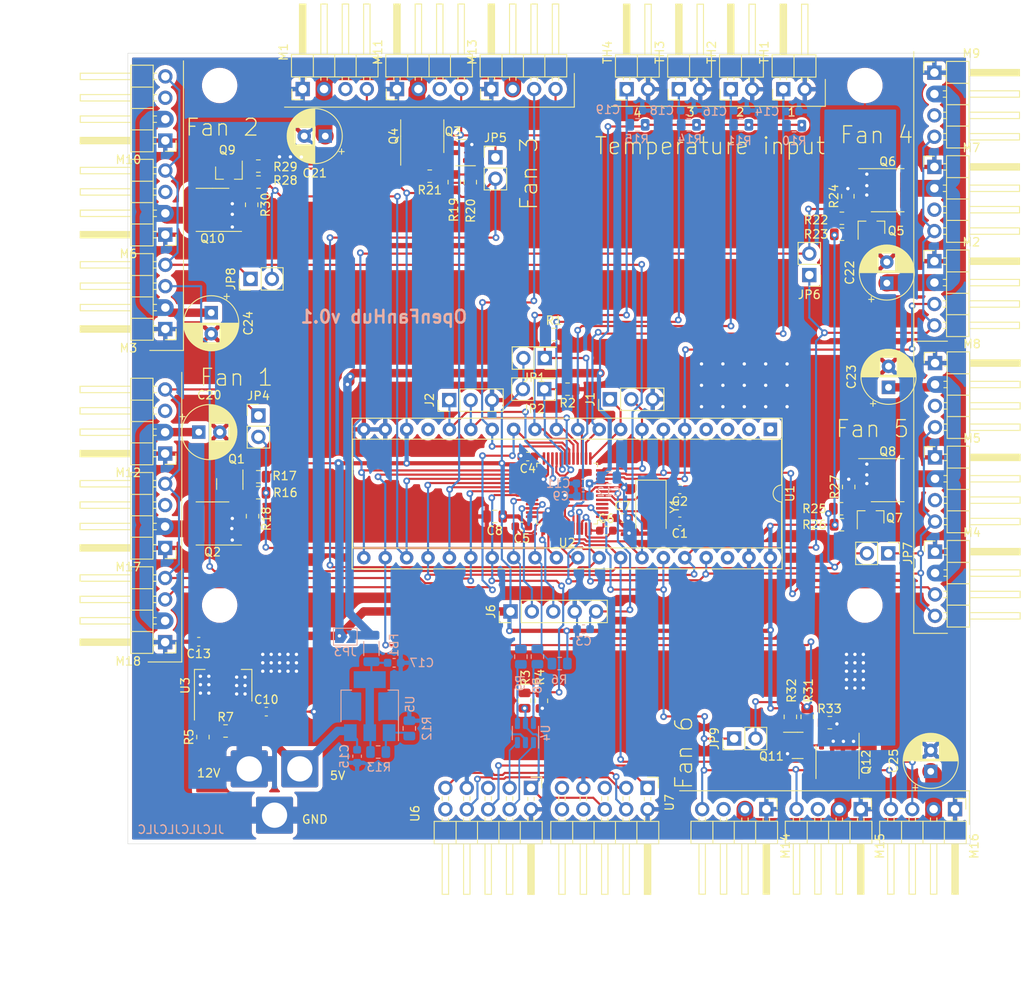
<source format=kicad_pcb>
(kicad_pcb (version 20211014) (generator pcbnew)
  (layers (0 "F.Cu" mixed) (31 "B.Cu" mixed) (34 "B.Paste" user) (35 "F.Paste" user) (36 "B.SilkS" user "B.Silkscreen") (37 "F.SilkS" user "F.Silkscreen") (38 "B.Mask" user) (39 "F.Mask" user) (44 "Edge.Cuts" user))
  (net 0 "")
  (net 1 "/FAN1_PWM")
  (net 2 "+12V")
  (net 3 "GND")
  (net 4 "/FAN1_RPM")
  (net 5 "/FAN2_PWM")
  (net 6 "/FAN2_RPM")
  (net 7 "/TEMP1_IN")
  (net 8 "/TEMP2_IN")
  (net 9 "+5V")
  (net 10 "+3V3")
  (net 13 "/USB_D+")
  (net 14 "/USB_D-")
  (net 19 "/FAN4_RPM")
  (net 20 "/FAN4_PWM")
  (net 21 "/FAN5_RPM")
  (net 22 "/FAN5_PWM")
  (net 23 "/FAN6_RPM")
  (net 24 "/FAN6_PWM")
  (net 25 "/FAN3_PWM")
  (net 26 "/FAN3_RPM")
  (net 27 "/TEMP3_IN")
  (net 28 "/TEMP4_IN")
  (net 29 "/SCL")
  (net 30 "/SDA")
  (net 31 "/UART_TX")
  (net 32 "/UART_RX")
  (net 33 "/PWM_GROUPS/PWM_GROUP1/Subfan 2/RPM_OUT")
  (net 34 "/PWM_GROUPS/PWM_GROUP1/Subfan 3/RPM_OUT")
  (net 35 "/PWM_GROUPS/PWM_GROUP2/Subfan 2/RPM_OUT")
  (net 36 "/PWM_GROUPS/PWM_GROUP2/Subfan 3/RPM_OUT")
  (net 37 "/PWM_GROUPS/PWM_GROUP3/Subfan 2/RPM_OUT")
  (net 38 "/PWM_GROUPS/PWM_GROUP3/Subfan 3/RPM_OUT")
  (net 39 "Net-(Q3-Pad1)")
  (net 40 "Net-(Q5-Pad1)")
  (net 41 "Net-(Q11-Pad1)")
  (net 42 "/FAN4_SWITCH")
  (net 43 "/FAN1_SWITCH")
  (net 44 "/FAN2_SWITCH")
  (net 45 "/FAN3_SWITCH")
  (net 46 "/FAN5_SWITCH")
  (net 47 "/FAN6_SWITCH")
  (net 48 "/PWM_GROUPS/PWM_GROUP5/SWITCHED_POWER")
  (net 49 "/PWM_GROUPS/PWM_GROUP1/SWITCHED_POWER")
  (net 50 "/PWM_GROUPS/PWM_GROUP2/SWITCHED_POWER")
  (net 51 "/PWM_GROUPS/PWM_GROUP3/SWITCHED_POWER")
  (net 52 "/PWM_GROUPS/PWM_GROUP5/Subfan 2/RPM_OUT")
  (net 53 "Net-(Q1-Pad1)")
  (net 54 "Net-(Q7-Pad1)")
  (net 55 "Net-(Q1-Pad3)")
  (net 56 "Net-(Q3-Pad3)")
  (net 57 "Net-(Q5-Pad3)")
  (net 58 "Net-(Q7-Pad3)")
  (net 59 "/PWM_GROUPS/PWM_GROUP4/SWITCHED_POWER")
  (net 60 "Net-(Q9-Pad1)")
  (net 61 "Net-(Q11-Pad3)")
  (net 62 "/VBUS")
  (net 63 "/VBUS_SENSE")
  (net 64 "/NRST")
  (net 65 "/BOOT0")
  (net 66 "+3.3VA")
  (net 67 "/BOOT1")
  (net 68 "/SWD_IO")
  (net 69 "/SWD_CLK")
  (net 70 "/D1-")
  (net 71 "/D1+")
  (net 72 "/PWM_GROUPS/PWM_GROUP4/Subfan 2/RPM_OUT")
  (net 73 "/PWM_GROUPS/PWM_GROUP4/Subfan 3/RPM_OUT")
  (net 74 "/PWM_GROUPS/PWM_GROUP5/Subfan 3/RPM_OUT")
  (net 75 "Net-(Q10-Pad4)")
  (net 76 "Net-(C1-Pad2)")
  (net 77 "Net-(C2-Pad2)")
  (net 78 "Net-(C17-Pad1)")
  (net 79 "Net-(R5-Pad2)")
  (net 80 "Net-(R12-Pad2)")
  (net 84 "Net-(R9-Pad2)")
  (net 85 "Net-(R8-Pad2)")
  (net 86 "Net-(U6-Pad6)")
  (net 87 "Net-(U6-Pad8)")
  (net 88 "Net-(U6-Pad9)")
  (net 93 "/PWM_GROUPS/PWM_GROUP6/SWITCHED_POWER")
  (net 94 "/PWM_GROUPS/PWM_GROUP6/Subfan 2/RPM_OUT")
  (net 95 "/PWM_GROUPS/PWM_GROUP6/Subfan 3/RPM_OUT")
  (footprint "Connector_PinHeader_2.54mm:PinHeader_1x02_P2.54mm_Horizontal" (layer "F.Cu") (at 165.515 38.875 90)
    (fp_text reference "TH1")
    (fp_text value "Thermistor")
  )
  (footprint "Connector_PinHeader_2.54mm:PinHeader_1x02_P2.54mm_Horizontal" (layer "F.Cu") (at 159.275 38.875 90)
    (fp_text reference "TH2")
    (fp_text value "Thermistor")
  )
  (footprint "Package_TO_SOT_SMD:SOT-223" (layer "F.Cu") (at 99.01353 109.69849 90)
    (fp_text reference "U3")
    (fp_text value "AMS1117")
  )
  (footprint "Connector_PinHeader_2.54mm:PinHeader_2x05_P2.54mm_Horizontal" (layer "F.Cu") (at 135.55753 121.85749 -90)
    (fp_text reference "U6")
    (fp_text value "USB_HEADER_IN")
  )
  (footprint "Resistor_SMD:R_0805_2012Metric" (layer "F.Cu") (at 96.61353 115.82099 90)
    (fp_text reference "R5")
    (fp_text value "R")
  )
  (footprint "Resistor_SMD:R_0805_2012Metric" (layer "F.Cu") (at 99.30103 115.09849)
    (fp_text reference "R7")
    (fp_text value "R")
  )
  (footprint "Connector_PinHeader_2.54mm:PinHeader_2x05_P2.54mm_Horizontal" (layer "F.Cu") (at 149.39753 121.85749 -90)
    (fp_text reference "U7")
    (fp_text value "USB_HEADER_OUT")
  )
  (footprint "Package_DIP:DIP-40_W15.24mm_Socket" (layer "F.Cu") (at 163.975 79.275 -90)
    (fp_text reference "U1")
    (fp_text value "STM32F103C8T8_Board")
  )
  (footprint "Connector_PinHeader_2.54mm:PinHeader_1x03_P2.54mm_Vertical" (layer "F.Cu") (at 125.85 75.8 90)
    (fp_text reference "J2")
    (fp_text value "I2C")
  )
  (footprint "Connector_PinHeader_2.54mm:PinHeader_1x03_P2.54mm_Vertical" (layer "F.Cu") (at 144.925 75.7 90)
    (fp_text reference "J1")
    (fp_text value "UART")
  )
  (footprint "Connector_PinHeader_2.54mm:PinHeader_1x04_P2.54mm_Horizontal" (layer "F.Cu") (at 183.45 59.3)
    (fp_text reference "M2")
    (fp_text value "Fan_4pin")
  )
  (footprint "Connector_PinHeader_2.54mm:PinHeader_1x04_P2.54mm_Horizontal" (layer "F.Cu") (at 183.45 48.1)
    (fp_text reference "M7")
    (fp_text value "Fan_4pin")
  )
  (footprint "Connector_PinHeader_2.54mm:PinHeader_1x04_P2.54mm_Horizontal" (layer "F.Cu") (at 183.45 36.9)
    (fp_text reference "M9")
    (fp_text value "Fan_4pin")
  )
  (footprint "Connector_PinHeader_2.54mm:PinHeader_1x04_P2.54mm_Horizontal" (layer "F.Cu") (at 183.525 93.8)
    (fp_text reference "M4")
    (fp_text value "Fan_4pin")
  )
  (footprint "Connector_PinHeader_2.54mm:PinHeader_1x04_P2.54mm_Horizontal" (layer "F.Cu") (at 183.525 82.6)
    (fp_text reference "M5")
    (fp_text value "Fan_4pin")
  )
  (footprint "Connector_PinHeader_2.54mm:PinHeader_1x04_P2.54mm_Horizontal" (layer "F.Cu") (at 183.525 71.4)
    (fp_text reference "M8")
    (fp_text value "Fan_4pin")
  )
  (footprint "Connector_PinHeader_2.54mm:PinHeader_1x04_P2.54mm_Horizontal" (layer "F.Cu") (at 92.15 56.15 180)
    (fp_text reference "M6")
    (fp_text value "Fan_4pin")
  )
  (footprint "Connector_PinHeader_2.54mm:PinHeader_1x04_P2.54mm_Horizontal" (layer "F.Cu") (at 92.15 44.97 180)
    (fp_text reference "M10")
    (fp_text value "Fan_4pin")
  )
  (footprint "Connector_PinHeader_2.54mm:PinHeader_1x02_P2.54mm_Horizontal" (layer "F.Cu") (at 153.115 38.875 90)
    (fp_text reference "TH3")
    (fp_text value "Thermistor")
  )
  (footprint "Connector_PinHeader_2.54mm:PinHeader_1x02_P2.54mm_Horizontal" (layer "F.Cu") (at 146.915 38.875 90)
    (fp_text reference "TH4")
    (fp_text value "Thermistor")
  )
  (footprint "Package_TO_SOT_SMD:SOT-23" (layer "F.Cu") (at 175.975 55.3 90)
    (fp_text reference "Q5")
    (fp_text value "IRLML2502")
  )
  (footprint "Package_TO_SOT_SMD:SOT-23" (layer "F.Cu") (at 175.875 89.7 90)
    (fp_text reference "Q7")
    (fp_text value "IRLML2502")
  )
  (footprint "Package_TO_SOT_SMD:SOT-23" (layer "F.Cu") (at 99.7 48.8 -90)
    (fp_text reference "Q9")
    (fp_text value "IRLML2502")
  )
  (footprint "Resistor_SMD:R_0805_2012Metric" (layer "F.Cu") (at 172.4625 54.2 180)
    (fp_text reference "R22")
    (fp_text value "R")
  )
  (footprint "Resistor_SMD:R_0805_2012Metric" (layer "F.Cu") (at 172.475 56.1)
    (fp_text reference "R23")
    (fp_text value "R")
  )
  (footprint "Resistor_SMD:R_0805_2012Metric" (layer "F.Cu") (at 173.175 51.5875 90)
    (fp_text reference "R24")
    (fp_text value "R")
  )
  (footprint "Resistor_SMD:R_0805_2012Metric" (layer "F.Cu") (at 172.3625 88.7 180)
    (fp_text reference "R25")
    (fp_text value "R")
  )
  (footprint "Resistor_SMD:R_0805_2012Metric" (layer "F.Cu") (at 172.4625 90.6)
    (fp_text reference "R26")
    (fp_text value "R")
  )
  (footprint "Resistor_SMD:R_0805_2012Metric" (layer "F.Cu") (at 173.275 86.1125 90)
    (fp_text reference "R27")
    (fp_text value "R")
  )
  (footprint "Resistor_SMD:R_0805_2012Metric" (layer "F.Cu") (at 103.2125 49.9)
    (fp_text reference "R28")
    (fp_text value "R")
  )
  (footprint "Resistor_SMD:R_0805_2012Metric" (layer "F.Cu") (at 103.1875 48 180)
    (fp_text reference "R29")
    (fp_text value "R")
  )
  (footprint "Resistor_SMD:R_0805_2012Metric" (layer "F.Cu") (at 102.4 52.6 -90)
    (fp_text reference "R30")
    (fp_text value "R")
  )
  (footprint "Connector_PinHeader_2.54mm:PinHeader_1x04_P2.54mm_Horizontal" (layer "F.Cu") (at 92.15 67.35 180)
    (fp_text reference "M3")
    (fp_text value "Fan_4pin")
  )
  (footprint "Connector_PinHeader_2.54mm:PinHeader_1x04_P2.54mm_Horizontal" (layer "F.Cu") (at 92.125 82.15 180)
    (fp_text reference "M12")
    (fp_text value "Fan_4pin")
  )
  (footprint "Connector_Wire:SolderWire-2.5sqmm_1x01_D2.4mm_OD4.4mm" (layer "F.Cu") (at 105.11353 125.09849 180)
    (fp_text reference "J4" hide)
    (fp_text value "GND in")
  )
  (footprint "Package_SO:SOIC-8_3.9x4.9mm_P1.27mm" (layer "F.Cu") (at 122.650489 44.449511 90)
    (fp_text reference "Q4")
    (fp_text value "AO4409")
  )
  (footprint "Capacitor_THT:CP_Radial_D6.3mm_P2.50mm" (layer "F.Cu") (at 97.6 65.417621 -90)
    (fp_text reference "C24")
    (fp_text value "C_Polarized")
  )
  (footprint "Resistor_SMD:R_0805_2012Metric" (layer "F.Cu") (at 171.0375 114.107979)
    (fp_text reference "R33")
    (fp_text value "R")
  )
  (footprint "MountingHole:MountingHole_3.2mm_M3" (layer "F.Cu") (at 175.199 38.429 90)
    (fp_text reference "H4" hide)
    (fp_text value "MountingHole")
  )
  (footprint "Capacitor_SMD:C_0603_1608Metric" (layer "F.Cu") (at 153.225 86.4 180)
    (fp_text reference "C2")
    (fp_text value "22pF")
  )
  (footprint "Connector_PinHeader_2.54mm:PinHeader_1x04_P2.54mm_Horizontal" (layer "F.Cu") (at 130.850489 38.849511 90)
    (fp_text reference "M13")
    (fp_text value "Fan_4pin")
  )
  (footprint "Capacitor_THT:CP_Radial_D6.3mm_P2.50mm" (layer "F.Cu") (at 183.01353 119.89849 90)
    (fp_text reference "C25")
    (fp_text value "C_Polarized")
  )
  (footprint "Connector_PinHeader_2.54mm:PinHeader_1x02_P2.54mm_Vertical" (layer "F.Cu") (at 159.67353 115.99849 90)
    (fp_text reference "JP9")
    (fp_text value "3Pin Jumper")
  )
  (footprint "Capacitor_SMD:C_0603_1608Metric" (layer "F.Cu") (at 153.225 90.2 180)
    (fp_text reference "C1")
    (fp_text value "22pF")
  )
  (footprint "Package_SO:SOIC-8_3.9x4.9mm_P1.27mm" (layer "F.Cu") (at 177.9 50.865)
    (fp_text reference "Q6")
    (fp_text value "AO4409")
  )
  (footprint "Capacitor_SMD:C_0805_2012Metric" (layer "F.Cu") (at 131.25 89.62 180)
    (fp_text reference "C8")
    (fp_text value "10µF")
  )
  (footprint "Capacitor_SMD:C_0603_1608Metric" (layer "F.Cu") (at 144.5 91.3)
    (fp_text reference "C6")
    (fp_text value "100nF")
  )
  (footprint "Connector_PinHeader_2.54mm:PinHeader_2x01_P2.54mm_Vertical" (layer "F.Cu") (at 137.14 74.5 180)
    (fp_text reference "JP2")
    (fp_text value "Jumper_2_Open")
  )
  (footprint "Package_SO:SOIC-8_3.9x4.9mm_P1.27mm" (layer "F.Cu") (at 171.95 118.807979 -90)
    (fp_text reference "Q12")
    (fp_text value "AO4409")
  )
  (footprint "Connector_Wire:SolderWire-2.5sqmm_1x01_D2.4mm_OD4.4mm" (layer "F.Cu") (at 108.11353 119.59849 180)
    (fp_text reference "J5" hide)
    (fp_text value "5V IN")
  )
  (footprint "Capacitor_SMD:C_0603_1608Metric" (layer "F.Cu") (at 146.425 89.8)
    (fp_text reference "C7")
    (fp_text value "100nF")
  )
  (footprint "Package_QFP:LQFP-48_7x7mm_P0.5mm" (layer "F.Cu") (at 139.85 86.9 180)
    (fp_text reference "U2")
    (fp_text value "STM32F103C8Tx")
  )
  (footprint "Connector_PinHeader_2.54mm:PinHeader_1x04_P2.54mm_Horizontal" (layer "F.Cu") (at 92.125 93.35 180)
    (fp_text reference "M17")
    (fp_text value "Fan_4pin")
  )
  (footprint "Resistor_SMD:R_0805_2012Metric" (layer "F.Cu") (at 136.8 111.5125 -90)
    (fp_text reference "R4")
    (fp_text value "R")
  )
  (footprint "MountingHole:MountingHole_3.2mm_M3" (layer "F.Cu") (at 98.599 100.149 90)
    (fp_text reference "H1" hide)
    (fp_text value "MountingHole")
  )
  (footprint "Crystal:Crystal_SMD_5032-2Pin_5.0x3.2mm" (layer "F.Cu") (at 149.8 88.35 -90)
    (fp_text reference "Y1")
    (fp_text value "Crystal")
  )
  (footprint "Connector_Wire:SolderWire-2.5sqmm_1x01_D2.4mm_OD4.4mm" (layer "F.Cu") (at 102.11353 119.59849 180)
    (fp_text reference "J3" hide)
    (fp_text value "12V in")
  )
  (footprint "Connector_PinHeader_2.54mm:PinHeader_1x02_P2.54mm_Vertical" (layer "F.Cu") (at 102.26 61.4 90)
    (fp_text reference "JP8")
    (fp_text value "3Pin Jumper")
  )
  (footprint "Resistor_SMD:R_0805_2012Metric" (layer "F.Cu") (at 123.537989 49.199511 180)
    (fp_text reference "R21")
    (fp_text value "R")
  )
  (footprint "MountingHole:MountingHole_3.2mm_M3" (layer "F.Cu") (at 175.199 100.149 90)
    (fp_text reference "H2" hide)
    (fp_text value "MountingHole")
  )
  (footprint "Connector_PinHeader_2.54mm:PinHeader_1x04_P2.54mm_Horizontal" (layer "F.Cu") (at 163.5 124.382979 -90)
    (fp_text reference "M14")
    (fp_text value "Fan_4pin")
  )
  (footprint "Capacitor_SMD:C_0603_1608Metric" (layer "F.Cu") (at 135.175 82.5 180)
    (fp_text reference "C4")
    (fp_text value "100nF")
  )
  (footprint "Capacitor_SMD:C_0603_1608Metric" (layer "F.Cu") (at 134.475 90.8 180)
    (fp_text reference "C5")
    (fp_text value "100nF")
  )
  (footprint "Connector_PinHeader_2.54mm:PinHeader_1x04_P2.54mm_Horizontal" (layer "F.Cu") (at 174.7 124.382979 -90)
    (fp_text reference "M15")
    (fp_text value "Fan_4pin")
  )
  (footprint "Resistor_SMD:R_0805_2012Metric" (layer "F.Cu") (at 102.5 89.5875 -90)
    (fp_text reference "R18")
    (fp_text value "R")
  )
  (footprint "Package_SO:SOIC-8_3.9x4.9mm_P1.27mm" (layer "F.Cu") (at 97.75 53.2 180)
    (fp_text reference "Q10")
    (fp_text value "AO4409")
  )
  (footprint "Connector_PinHeader_2.54mm:PinHeader_1x02_P2.54mm_Vertical" (layer "F.Cu") (at 103.2 77.625)
    (fp_text reference "JP4")
    (fp_text value "3Pin Jumper")
  )
  (footprint "Connector_PinHeader_2.54mm:PinHeader_2x01_P2.54mm_Vertical" (layer "F.Cu") (at 137.2 70.8 180)
    (fp_text reference "JP1")
    (fp_text value "Jumper_2_Open")
  )
  (footprint "Connector_PinHeader_2.54mm:PinHeader_1x04_P2.54mm_Horizontal" (layer "F.Cu") (at 92.125 104.55 180)
    (fp_text reference "M18")
    (fp_text value "Fan_4pin")
  )
  (footprint "Resistor_SMD:R_0805_2012Metric" (layer "F.Cu") (at 103.1875 86.8)
    (fp_text reference "R16")
    (fp_text value "R")
  )
  (footprint "Connector_PinHeader_2.54mm:PinHeader_1x02_P2.54mm_Vertical" (layer "F.Cu") (at 168.6 60.94 180)
    (fp_text reference "JP6")
    (fp_text value "3Pin Jumper")
  )
  (footprint "Capacitor_SMD:C_0603_1608Metric" (layer "F.Cu") (at 96.11353 104.49849 180)
    (fp_text reference "C13")
    (fp_text value "C")
  )
  (footprint "Package_SO:SOIC-8_3.9x4.9mm_P1.27mm" (layer "F.Cu") (at 97.75 90.45 180)
    (fp_text reference "Q2")
    (fp_text value "AO4409")
  )
  (footprint "Capacitor_THT:CP_Radial_D6.3mm_P2.50mm" (layer "F.Cu") (at 178 74.28238 90)
    (fp_text reference "C23")
    (fp_text value "C_Polarized")
  )
  (footprint "Capacitor_THT:CP_Radial_D6.3mm_P2.50mm" (layer "F.Cu") (at 111.136489 44.44047 180)
    (fp_text reference "C21")
    (fp_text value "C_Polarized")
  )
  (footprint "Resistor_SMD:R_0805_2012Metric" (layer "F.Cu") (at 166.35 113.420479 -90)
    (fp_text reference "R32")
    (fp_text value "R")
  )
  (footprint "Resistor_SMD:R_0805_2012Metric" (layer "F.Cu") (at 134.8 111.4875 90)
    (fp_text reference "R3")
    (fp_text value "R")
  )
  (footprint "Connector_PinHeader_2.54mm:PinHeader_1x04_P2.54mm_Horizontal" (layer "F.Cu") (at 108.450489 38.849511 90)
    (fp_text reference "M1")
    (fp_text value "Fan_4pin")
  )
  (footprint "Package_TO_SOT_SMD:SOT-23" (layer "F.Cu") (at 127.287989 46.399511 180)
    (fp_text reference "Q3")
    (fp_text value "IRLML2502")
  )
  (footprint "Package_TO_SOT_SMD:SOT-23" (layer "F.Cu") (at 167.2125 116.807979)
    (fp_text reference "Q11")
    (fp_text value "IRLML2502")
  )
  (footprint "Resistor_SMD:R_0805_2012Metric" (layer "F.Cu") (at 168.35 113.407979 90)
    (fp_text reference "R31")
    (fp_text value "R")
  )
  (footprint "Resistor_SMD:R_0805_2012Metric" (layer "F.Cu") (at 128.350489 49.912011 90)
    (fp_text reference "R20")
    (fp_text value "R")
  )
  (footprint "Connector_PinHeader_2.54mm:PinHeader_1x02_P2.54mm_Vertical" (layer "F.Cu") (at 131.336489 46.96547)
    (fp_text reference "JP5")
    (fp_text value "3Pin Jumper")
  )
  (footprint "Connector_PinHeader_2.54mm:PinHeader_1x04_P2.54mm_Horizontal" (layer "F.Cu") (at 119.650489 38.849511 90)
    (fp_text reference "M11")
    (fp_text value "Fan_4pin")
  )
  (footprint "Resistor_SMD:R_0805_2012Metric" (layer "F.Cu") (at 126.450489 49.912011 -90)
    (fp_text reference "R19")
    (fp_text value "R")
  )
  (footprint "MountingHole:MountingHole_3.2mm_M3" (layer "F.Cu") (at 98.599 38.429 90)
    (fp_text reference "H3" hide)
    (fp_text value "MountingHole")
  )
  (footprint "Resistor_SMD:R_0805_2012Metric" (layer "F.Cu") (at 139.9 74.5 180)
    (fp_text reference "R2")
    (fp_text value "10k")
  )
  (footprint "Package_SO:SOIC-8_3.9x4.9mm_P1.27mm" (layer "F.Cu") (at 177.9 85.305)
    (fp_text reference "Q8")
    (fp_text value "AO4409")
  )
  (footprint "Capacitor_THT:CP_Radial_D6.3mm_P2.50mm" (layer "F.Cu") (at 96.117621 79.6)
    (fp_text reference "C20")
    (fp_text value "C_Polarized")
  )
  (footprint "Resistor_SMD:R_0805_2012Metric" (layer "F.Cu") (at 138.2875 68)
    (fp_text reference "R1")
    (fp_text value "10k")
  )
  (footprint "Capacitor_THT:CP_Radial_D6.3mm_P2.50mm" (layer "F.Cu") (at 177.8 61.9 90)
    (fp_text reference "C22")
    (fp_text value "C_Polarized")
  )
  (footprint "Resistor_SMD:R_0805_2012Metric" (layer "F.Cu") (at 103.1875 84.9 180)
    (fp_text reference "R17")
    (fp_text value "R")
  )
  (footprint "Connector_PinHeader_2.54mm:PinHeader_1x05_P2.54mm_Vertical" (layer "F.Cu") (at 133.125 100.9 90)
    (fp_text reference "J6")
    (fp_text value "SWD")
  )
  (footprint "Capacitor_SMD:C_0603_1608Metric" (layer "F.Cu") (at 104.13853 112.79849)
    (fp_text reference "C10")
    (fp_text value "C")
  )
  (footprint "Package_TO_SOT_SMD:SOT-23" (layer "F.Cu") (at 99.8 85.7625 -90)
    (fp_text reference "Q1")
    (fp_text value "IRLML2502")
  )
  (footprint "Connector_PinHeader_2.54mm:PinHeader_1x02_P2.54mm_Vertical" (layer "F.Cu") (at 177.975 94 -90)
    (fp_text reference "JP7")
    (fp_text value "3Pin Jumper")
  )
  (footprint "Connector_PinHeader_2.54mm:PinHeader_1x04_P2.54mm_Horizontal" (layer "F.Cu") (at 185.9 124.382979 -90)
    (fp_text reference "M16")
    (fp_text value "Fan_4pin")
  )
  (footprint "Resistor_SMD:R_0805_2012Metric" (layer "B.Cu") (at 166.8 43.2 180)
    (fp_text reference "R10")
    (fp_text value "R")
  )
  (footprint "Resistor_SMD:R_0805_2012Metric" (layer "B.Cu") (at 160.5125 43.1 180)
    (fp_text reference "R11")
    (fp_text value "R")
  )
  (footprint "Capacitor_SMD:C_0603_1608Metric" (layer "B.Cu") (at 166.6 41.5)
    (fp_text reference "C14")
    (fp_text value "C")
  )
  (footprint "Capacitor_SMD:C_0603_1608Metric" (layer "B.Cu") (at 160.4 41.4)
    (fp_text reference "C16")
    (fp_text value "C")
  )
  (footprint "Capacitor_SMD:C_0603_1608Metric" (layer "B.Cu") (at 154.1 41.4)
    (fp_text reference "C18")
    (fp_text value "C")
  )
  (footprint "Capacitor_SMD:C_0603_1608Metric" (layer "B.Cu") (at 148 41.4)
    (fp_text reference "C19")
    (fp_text value "C")
  )
  (footprint "Resistor_SMD:R_0805_2012Metric" (layer "B.Cu") (at 154.3 43.1 180)
    (fp_text reference "R14")
    (fp_text value "R")
  )
  (footprint "Resistor_SMD:R_0805_2012Metric" (layer "B.Cu") (at 148.2 43.1 180)
    (fp_text reference "R15")
    (fp_text value "R")
  )
  (footprint "Capacitor_SMD:C_0603_1608Metric" (layer "B.Cu") (at 119.31353 106.99849)
    (fp_text reference "C17")
    (fp_text value "C")
  )
  (footprint "Jumper:SolderJumper-2_P1.3mm_Open_TrianglePad1.0x1.5mm" (layer "B.Cu") (at 113.51353 103.89849)
    (fp_text reference "JP3")
    (fp_text value "3.3V connect")
  )
  (footprint "Capacitor_SMD:C_0603_1608Metric" (layer "B.Cu") (at 141.725 85.7 180)
    (fp_text reference "C11")
    (fp_text value "10nF")
  )
  (footprint "Resistor_SMD:R_0805_2012Metric" (layer "B.Cu") (at 134.3575 106.27 -90)
    (fp_text reference "R9")
    (fp_text value "R")
  )
  (footprint "Capacitor_SMD:C_0603_1608Metric" (layer "B.Cu") (at 141.8 103)
    (fp_text reference "C3")
    (fp_text value "100nF")
  )
  (footprint "Package_TO_SOT_SMD:SOT-23-6" (layer "B.Cu") (at 134.9 115.3375 90)
    (fp_text reference "U4")
    (fp_text value "USBLC6-2SC6")
  )
  (footprint "Capacitor_SMD:C_0805_2012Metric" (layer "B.Cu") (at 144.8 85)
    (fp_text reference "C12")
    (fp_text value "10µF")
  )
  (footprint "Resistor_SMD:R_0805_2012Metric" (layer "B.Cu") (at 117.41353 117.59849 180)
    (fp_text reference "R13")
    (fp_text value "R")
  )
  (footprint "Capacitor_SMD:C_0603_1608Metric" (layer "B.Cu") (at 114.91353 118.09849 -90)
    (fp_text reference "C15")
    (fp_text value "C")
  )
  (footprint "Package_TO_SOT_SMD:SOT-223" (layer "B.Cu") (at 116.41353 112.14849 90)
    (fp_text reference "U5")
    (fp_text value "AMS1117")
  )
  (footprint "Resistor_SMD:R_0805_2012Metric" (layer "B.Cu") (at 136.32 106.26 -90)
    (fp_text reference "R8")
    (fp_text value "R")
  )
  (footprint "Resistor_SMD:R_0805_2012Metric" (layer "B.Cu") (at 138.9625 107.0925)
    (fp_text reference "R6")
    (fp_text value "R")
  )
  (footprint "Inductor_SMD:L_1206_3216Metric" (layer "B.Cu") (at 116.61353 105.29849 90)
    (fp_text reference "FB1")
    (fp_text value "FerriteBead")
  )
  (footprint "Capacitor_SMD:C_0603_1608Metric" (layer "B.Cu") (at 141.775 87.2 180)
    (fp_text reference "C9")
    (fp_text value "100nF")
  )
  (footprint "Resistor_SMD:R_0805_2012Metric" (layer "B.Cu") (at 121.11353 114.78599 -90)
    (fp_text reference "R12")
    (fp_text value "R")
  )
  (gr_line (start 187.6 122.2) (end 187.6 126.2) (layer "F.SilkS") (width 0.12))
  (gr_line (start 94.3 69.9) (end 90.3 69.9) (layer "F.SilkS") (width 0.12))
  (gr_line (start 94.3 35.5) (end 94.3 69.9) (layer "F.SilkS") (width 0.12))
  (gr_line (start 185 68.8) (end 181 68.8) (layer "F.SilkS") (width 0.12))
  (gr_line (start 185 103.5) (end 181 103.5) (layer "F.SilkS") (width 0.12))
  (gr_line (start 140.7 37) (end 140.7 41) (layer "F.SilkS") (width 0.12))
  (gr_line (start 145.1 40.9) (end 170.5 40.9) (layer "F.SilkS") (width 0.12))
  (gr_line (start 153.2 122.2) (end 187.6 122.2) (layer "F.SilkS") (width 0.12))
  (gr_line (start 94.1 72.5) (end 94.1 106.9) (layer "F.SilkS") (width 0.12))
  (gr_line (start 181 69.1) (end 181 103.5) (layer "F.SilkS") (width 0.12))
  (gr_line (start 106.3 41) (end 140.7 41) (layer "F.SilkS") (width 0.12))
  (gr_line (start 94.1 106.9) (end 90.1 106.9) (layer "F.SilkS") (width 0.12))
  (gr_line (start 181 34.4) (end 181 68.8) (layer "F.SilkS") (width 0.12))
  (gr_line (start 170.5 40.9) (end 170.5 37.7) (layer "F.SilkS") (width 0.12))
  (gr_line (start 87.7 34.6) (end 87.7 128.5) (layer "Edge.Cuts") (width 0.05))
  (gr_line (start 187.7 34.6) (end 87.7 34.6) (layer "Edge.Cuts") (width 0.05))
  (gr_line (start 87.7 128.5) (end 187.7 128.5) (layer "Edge.Cuts") (width 0.05))
  (gr_line (start 187.7 128.5) (end 187.7 34.6) (layer "Edge.Cuts") (width 0.05))
  (gr_text "OpenFanHub v0.1" (at 118.1 65.9) (layer "B.SilkS") (effects (font (size 1.5 1.5) (thickness 0.3)) (justify mirror)))
  (gr_text "JLCJLCJLCJLC" (at 94 126.8) (layer "B.SilkS") (effects (font (size 1 1)) (justify mirror)))
  (gr_text "Fan 4" (at 176.6 44.3) (layer "F.SilkS") (effects (font (size 2 2))))
  (gr_text "Fan 2" (at 98.9 43.4) (layer "F.SilkS") (effects (font (size 2 2))))
  (gr_text "Fan 6" (at 153.7 117.7 90) (layer "F.SilkS") (effects (font (size 2 2))))
  (gr_text "5V" (at 112.6 120.4) (layer "F.SilkS") (effects (font (size 1 1))))
  (gr_text "Temperature input" (at 156.8 45.6) (layer "F.SilkS") (effects (font (size 2 2))))
  (gr_text "3" (at 154.5 41.6) (layer "F.SilkS") (effects (font (size 1 1))))
  (gr_text "GND\n" (at 109.9 125.6) (layer "F.SilkS") (effects (font (size 1 1))))
  (gr_text "2" (at 160.4 41.6) (layer "F.SilkS") (effects (font (size 1 1))))
  (gr_text "12V" (at 97.3 120.1) (layer "F.SilkS") (effects (font (size 1 1))))
  (gr_text "1" (at 166.5 41.6) (layer "F.SilkS") (effects (font (size 1 1))))
  (gr_text "Fan 1" (at 100.6 73.1) (layer "F.SilkS") (effects (font (size 2 2))))
  (gr_text "Fan 3" (at 135.3 48.9 90) (layer "F.SilkS") (effects (font (size 2 2))))
  (gr_text "Fan 5" (at 176.1 79.2) (layer "F.SilkS") (effects (font (size 2 2))))
  (gr_text "4" (at 148.2 41.7) (layer "F.SilkS") (effects (font (size 1 1))))
  (segment (start 182.57 67.8) (end 183.45 66.92) (width 0.25) (layer "F.Cu") (net 1))
  (segment (start 170.4 67.8) (end 182.57 67.8) (width 0.25) (layer "F.Cu") (net 1))
  (segment (start 141.64809 96.559022) (end 140.883591 97.323521) (width 0.25) (layer "F.Cu") (net 1))
  (segment (start 154.838935 96.559022) (end 141.64809 96.559022) (width 0.25) (layer "F.Cu") (net 1))
  (segment (start 154.924457 96.4735) (end 154.838935 96.559022) (width 0.25) (layer "F.Cu") (net 1))
  (segment (start 140.883591 97.323521) (end 140.030579 97.323521) (width 0.25) (layer "F.Cu") (net 1))
  (segment (start 141.1 91.0625) (end 141.1 89.3) (width 0.25) (layer "F.Cu") (net 1))
  (segment (start 141.1 89.3) (end 141.3 89.1) (width 0.25) (layer "F.Cu") (net 1))
  (segment (start 153.815 94.515) (end 155.03 93.3) (width 0.25) (layer "F.Cu") (net 1))
  (segment (start 155.03 93.3) (end 169.4 93.3) (width 0.25) (layer "F.Cu") (net 1))
  (via (at 154.924457 96.4735) (size 0.8) (drill 0.4) (layers "F.Cu" "B.Cu") (net 1))
  (via (at 141.3 89.1) (size 0.8) (drill 0.4) (layers "F.Cu" "B.Cu") (net 1))
  (via (at 140.030579 97.323521) (size 0.8) (drill 0.4) (layers "F.Cu" "B.Cu") (net 1))
  (via (at 169.4 93.3) (size 0.8) (drill 0.4) (layers "F.Cu" "B.Cu") (net 1))
  (via (at 170.4 67.8) (size 0.8) (drill 0.4) (layers "F.Cu" "B.Cu") (net 1))
  (segment (start 182.125489 57.044511) (end 183.45 55.72) (width 0.25) (layer "B.Cu") (net 1))
  (segment (start 154.924457 95.624457) (end 154.924457 96.4735) (width 0.25) (layer "B.Cu") (net 1))
  (segment (start 169.4 68.8) (end 170.4 67.8) (width 0.25) (layer "B.Cu") (net 1))
  (segment (start 153.815 94.515) (end 154.924457 95.624457) (width 0.25) (layer "B.Cu") (net 1))
  (segment (start 169.4 93.3) (end 169.4 68.8) (width 0.25) (layer "B.Cu") (net 1))
  (segment (start 183.45 55.72) (end 182.125489 54.395489) (width 0.25) (layer "B.Cu") (net 1))
  (segment (start 139.990489 97.283431) (end 140.030579 97.323521) (width 0.25) (layer "B.Cu") (net 1))
  (segment (start 182.125489 54.395489) (end 182.125489 45.844511) (width 0.25) (layer "B.Cu") (net 1))
  (segment (start 141.3 92.7397) (end 139.990489 94.049211) (width 0.25) (layer "B.Cu") (net 1))
  (segment (start 139.990489 94.049211) (end 139.990489 97.283431) (width 0.25) (layer "B.Cu") (net 1))
  (segment (start 141.3 89.1) (end 141.3 92.7397) (width 0.25) (layer "B.Cu") (net 1))
  (segment (start 182.125489 65.595489) (end 182.125489 57.044511) (width 0.25) (layer "B.Cu") (net 1))
  (segment (start 183.45 66.92) (end 182.125489 65.595489) (width 0.25) (layer "B.Cu") (net 1))
  (segment (start 182.125489 45.844511) (end 183.45 44.52) (width 0.25) (layer "B.Cu") (net 1))
  (segment (start 168.6 60.94) (end 168.6 66) (width 0.25) (layer "B.Cu") (net 1))
  (segment (start 168.6 66) (end 170.4 67.8) (width 0.25) (layer "B.Cu") (net 1))
  (segment (start 175.425 51.05) (end 175.05 50.675) (width 2) (layer "F.Cu") (net 2))
  (segment (start 172.649041 116.332979) (end 171.875 116.332979) (width 2) (layer "F.Cu") (net 2))
  (segment (start 175.05 50.675) (end 173.175 50.675) (width 2) (layer "F.Cu") (net 2))
  (segment (start 122.625489 48.95147) (end 122.625489 47.174511) (width 2) (layer "F.Cu") (net 2))
  (segment (start 171.875 114.25702) (end 171.875 114.182979) (width 2) (layer "F.Cu") (net 2))
  (segment (start 100.7125 53.5125) (end 100.1 54.125) (width 2) (layer "F.Cu") (net 2))
  (segment (start 122.625489 47.174511) (end 122.375489 46.924511) (width 2) (layer "F.Cu") (net 2))
  (segment (start 100.225 91.775) (end 100.225 91.085) (width 2) (layer "F.Cu") (net 2))
  (segment (start 174.91452 85.2) (end 175.425 85.71048) (width 2) (layer "F.Cu") (net 2))
  (segment (start 100.1 91.9) (end 100.225 91.775) (width 2) (layer "F.Cu") (net 2))
  (segment (start 122.375489 46.924511) (end 121.912448 46.924511) (width 2) (layer "F.Cu") (net 2))
  (segment (start 175.425 50.325) (end 175.425 51.05) (width 2) (layer "F.Cu") (net 2))
  (segment (start 107.875489 46.924511) (end 106.975489 46.924511) (width 2) (layer "F.Cu") (net 2))
  (segment (start 171.875 116.332979) (end 171.875 114.25702) (width 2) (layer "F.Cu") (net 2))
  (segment (start 175.425 48.96) (end 175.425 50.325) (width 2) (layer "F.Cu") (net 2))
  (segment (start 175.425 84.675) (end 175.425 85.71048) (width 2) (layer "F.Cu") (net 2))
  (segment (start 173.275 85.2) (end 174.91452 85.2) (width 2) (layer "F.Cu") (net 2))
  (segment (start 171.875 114.182979) (end 171.95 114.107979) (width 2) (layer "F.Cu") (net 2))
  (segment (start 100.1 54.125) (end 100.1 54.7) (width 2) (layer "F.Cu") (net 2))
  (segment (start 120.745489 46.924511) (end 107.875489 46.924511) (width 2) (layer "F.Cu") (net 2))
  (segment (start 102.4 53.5125) (end 100.7125 53.5125) (width 2) (layer "F.Cu") (net 2))
  (segment (start 173.849041 116.332979) (end 172.649041 116.332979) (width 2) (layer "F.Cu") (net 2))
  (segment (start 173.855 116.332979) (end 173.849041 116.332979) (width 2) (layer "F.Cu") (net 2))
  (segment (start 122.625489 49.199511) (end 122.625489 48.95147) (width 2) (layer "F.Cu") (net 2))
  (segment (start 121.912448 46.924511) (end 120.745489 46.924511) (width 2) (layer "F.Cu") (net 2))
  (segment (start 100.1 90.5) (end 100.1 91.9) (width 2) (layer "F.Cu") (net 2))
  (segment (start 106.975489 46.924511) (end 106.124511 46.924511) (width 2) (layer "F.Cu") (net 2))
  (segment (start 106.124511 46.924511) (end 106.1 46.9) (width 2) (layer "F.Cu") (net 2))
  (segment (start 102.5 90.5) (end 100.1 90.5) (width 2) (layer "F.Cu") (net 2))
  (segment (start 175.425 83.4) (end 175.425 84.675) (width 2) (layer "F.Cu") (net 2))
  (via (at 174.01353 109.99849) (size 0.8) (drill 0.4) (layers "F.Cu" "B.Cu") (net 2))
  (via (at 107.71353 107.99849) (size 0.8) (drill 0.4) (layers "F.Cu" "B.Cu") (net 2))
  (via (at 172.649041 116.332979) (size 0.8) (drill 0.4) (layers "F.Cu" "B.Cu") (net 2))
  (via (at 101.61353 108.69849) (size 0.8) (drill 0.4) (layers "F.Cu" "B.Cu") (net 2))
  (via (at 105.71353 106.99849) (size 0.8) (drill 0.4) (layers "F.Cu" "B.Cu") (net 2))
  (via (at 175.425 84.675) (size 0.8) (drill 0.4) (layers "F.Cu" "B.Cu") (net 2))
  (via (at 100.1 52.474) (size 0.8) (drill 0.4) (layers "F.Cu" "B.Cu") (net 2))
  (via (at 173.175 50.675) (size 0.8) (drill 0.4) (layers "F.Cu" "B.Cu") (net 2))
  (via (at 100.61353 110.69849) (size 0.8) (drill 0.4) (layers "F.Cu" "B.Cu") (net 2))
  (via (at 103.71353 107.99849) (size 0.8) (drill 0.4) (layers "F.Cu" "B.Cu") (net 2))
  (via (at 107.71353 105.99849) (size 0.8) (drill 0.4) (layers "F.Cu" "B.Cu") (net 2))
  (via (at 97.31353 108.59849) (size 0.8) (drill 0.4) (layers "F.Cu" "B.Cu") (net 2))
  (via (at 173.01353 105.99849) (size 0.8) (drill 0.4) (layers "F.Cu" "B.Cu") (net 2))
  (via (at 107 46.9) (size 0.8) (drill 0.4) (layers "F.Cu" "B.Cu") (net 2))
  (via (at 105.71353 105.99849) (size 0.8) (drill 0.4) (layers "F.Cu" "B.Cu") (net 2))
  (via (at 171.44353 116.31849) (size 0.8) (drill 0.4) (layers "F.Cu" "B.Cu") (net 2))
  (via (at 100.61353 109.69849) (size 0.8) (drill 0.4) (layers "F.Cu" "B.Cu") (net 2))
  (via (at 96.31353 110.59849) (size 0.8) (drill 0.4) (layers "F.Cu" "B.Cu") (net 2))
  (via (at 97.31353 109.59849) (size 0.8) (drill 0.4) (layers "F.Cu" "B.Cu") (net 2))
  (via (at 175.425 85.71048) (size 0.8) (drill 0.4) (layers "F.Cu" "B.Cu") (net 2))
  (via (at 173.275 85.2) (size 0.8) (drill 0.4) (layers "F.Cu" "B.Cu") (net 2))
  (via (at 174.01353 107.99849) (size 0.8) (drill 0.4) (layers "F.Cu" "B.Cu") (net 2))
  (via (at 96.31353 108.59849) (size 0.8) (drill 0.4) (layers "F.Cu" "B.Cu") (net 2))
  (via (at 96.31353 109.59849) (size 0.8) (drill 0.4) (layers "F.Cu" "B.Cu") (net 2))
  (via (at 105.7 46.9) (size 0.8) (drill 0.4) (layers "F.Cu" "B.Cu") (net 2))
  (via (at 100.1 53.73) (size 0.8) (drill 0.4) (layers "F.Cu" "B.Cu") (net 2))
  (via (at 175.01353 107.99849) (size 0.8) (drill 0.4) (layers "F.Cu" "B.Cu") (net 2))
  (via (at 173.01353 106.99849) (size 0.8) (drill 0.4) (layers "F.Cu" "B.Cu") (net 2))
  (via (at 173.01353 108.99849) (size 0.8) (drill 0.4) (layers "F.Cu" "B.Cu") (net 2))
  (via (at 100.1 55.238) (size 0.8) (drill 0.4) (layers "F.Cu" "B.Cu") (net 2))
  (via (at 174.01353 108.99849) (size 0.8) (drill 0.4) (layers "F.Cu" "B.Cu") (net 2))
  (via (at 104.71353 107.99849) (size 0.8) (drill 0.4) (layers "F.Cu" "B.Cu") (net 2))
  (via (at 175.01353 109.99849) (size 0.8) (drill 0.4) (layers "F.Cu" "B.Cu") (net 2))
  (via (at 101.61353 110.69849) (size 0.8) (drill 0.4) (layers "F.Cu" "B.Cu") (net 2))
  (via (at 175.425 50.325) (size 0.8) (drill 0.4) (layers "F.Cu" "B.Cu") (net 2))
  (via (at 100.1 89.851) (size 0.8) (drill 0.4) (layers "F.Cu" "B.Cu") (net 2))
  (via (at 106.71353 106.99849) (size 0.8) (drill 0.4) (layers "F.Cu" "B.Cu") (net 2))
  (via (at 106.71353 107.99849) (size 0.8) (drill 0.4) (layers "F.Cu" "B.Cu") (net 2))
  (via (at 173.01353 107.99849) (size 0.8) (drill 0.4) (layers "F.Cu" "B.Cu") (net 2))
  (via (at 106.71353 105.99849) (size 0.8) (drill 0.4) (layers "F.Cu" "B.Cu") (net 2))
  (via (at 174.01353 105.99849) (size 0.8) (drill 0.4) (layers "F.Cu" "B.Cu") (net 2))
  (via (at 103.71353 106.99849) (size 0.8) (drill 0.4) (layers "F.Cu" "B.Cu") (net 2))
  (via (at 175.42 51.44) (size 0.8) (drill 0.4) (layers "F.Cu" "B.Cu") (net 2))
  (via (at 105.71353 107.99849) (size 0.8) (drill 0.4) (layers "F.Cu" "B.Cu") (net 2))
  (via (at 100.096 92.419) (size 0.8) (drill 0.4) (layers "F.Cu" "B.Cu") (net 2))
  (via (at 175.01353 108.99849) (size 0.8) (drill 0.4) (layers "F.Cu" "B.Cu") (net 2))
  (via (at 175.01353 105.99849) (size 0.8) (drill 0.4) (layers "F.Cu" "B.Cu") (net 2))
  (via (at 175.01353 106.99849) (size 0.8) (drill 0.4) (layers "F.Cu" "B.Cu") (net 2))
  (via (at 108.3 46.924511) (size 0.8) (drill 0.4) (layers "F.Cu" "B.Cu") (net 2))
  (via (at 173.849041 116.332979) (size 0.8) (drill 0.4) (layers "F.Cu" "B.Cu") (net 2))
  (via (at 171.875 114.25702) (size 0.8) (drill 0.4) (layers "F.Cu" "B.Cu") (net 2))
  (via (at 107.71353 106.99849) (size 0.8) (drill 0.4) (layers "F.Cu" "B.Cu") (net 2))
  (via (at 174.01353 106.99849) (size 0.8) (drill 0.4) (layers "F.Cu" "B.Cu") (net 2))
  (via (at 100.042 91.05) (size 0.8) (drill 0.4) (layers "F.Cu" "B.Cu") (net 2))
  (via (at 175.425 48.96) (size 0.8) (drill 0.4) (layers "F.Cu" "B.Cu") (net 2))
  (via (at 103.71353 105.99849) (size 0.8) (drill 0.4) (layers "F.Cu" "B.Cu") (net 2))
  (via (at 101.61353 109.69849) (size 0.8) (drill 0.4) (layers "F.Cu" "B.Cu") (net 2))
  (via (at 175.425 83.4) (size 0.8) (drill 0.4) (layers "F.Cu" "B.Cu") (net 2))
  (via (at 97.31353 110.59849) (size 0.8) (drill 0.4) (layers "F.Cu" "B.Cu") (net 2))
  (via (at 100.61353 108.69849) (size 0.8) (drill 0.4) (layers "F.Cu" "B.Cu") (net 2))
  (via (at 104.71353 105.99849) (size 0.8) (drill 0.4) (layers "F.Cu" "B.Cu") (net 2))
  (via (at 104.71353 106.99849) (size 0.8) (drill 0.4) (layers "F.Cu" "B.Cu") (net 2))
  (via (at 173.01353 109.99849) (size 0.8) (drill 0.4) (layers "F.Cu" "B.Cu") (net 2))
  (segment (start 144.0125 86.15) (end 143.209994 86.15) (width 0.25) (layer "F.Cu") (net 3))
  (segment (start 137.57452 84.64998) (end 137.0245 85.2) (width 0.25) (layer "F.Cu") (net 3))
  (segment (start 137.590128 89.269866) (end 136.1 90.759994) (width 0.25) (layer "F.Cu") (net 3))
  (segment (start 142.359514 92.12452) (end 144.45048 92.12452) (width 0.25) (layer "F.Cu") (net 3))
  (segment (start 137.6 82.7375) (end 137.6 83.5) (width 0.25) (layer "F.Cu") (net 3))
  (segment (start 142.1 91.865006) (end 142.359514 92.12452) (width 0.25) (layer "F.Cu") (net 3))
  (segment (start 137.6 83.5) (end 137.57452 83.52548) (width 0.25) (layer "F.Cu") (net 3))
  (segment (start 143.209994 86.15) (end 142.259994 87.1) (width 0.25) (layer "F.Cu") (net 3))
  (segment (start 136.1 91.202138) (end 135.702138 91.6) (width 0.25) (layer "F.Cu") (net 3))
  (segment (start 142.1 91.0625) (end 142.1 91.865006) (width 0.25) (layer "F.Cu") (net 3))
  (segment (start 137.57452 83.52548) (end 137.57452 84.64998) (width 0.25) (layer "F.Cu") (net 3))
  (segment (start 135.6875 89.15) (end 137.365628 89.15) (width 0.25) (layer "F.Cu") (net 3))
  (segment (start 144.0125 86.15) (end 146.55 86.15) (width 0.25) (layer "F.Cu") (net 3))
  (segment (start 137.590128 88.9255) (end 137.590128 89.269866) (width 0.25) (layer "F.Cu") (net 3))
  (segment (start 146.898624 91.3) (end 147.199312 91.600688) (width 0.25) (layer "F.Cu") (net 3))
  (segment (start 145.275 91.3) (end 146.898624 91.3) (width 0.25) (layer "F.Cu") (net 3))
  (segment (start 136.1 90.759994) (end 136.1 91.202138) (width 0.25) (layer "F.Cu") (net 3))
  (segment (start 134.5 91.6) (end 133.7 90.8) (width 0.25) (layer "F.Cu") (net 3))
  (segment (start 135.702138 91.6) (end 134.5 91.6) (width 0.25) (layer "F.Cu") (net 3))
  (segment (start 144.45048 92.12452) (end 145.275 91.3) (width 0.25) (layer "F.Cu") (net 3))
  (segment (start 146.55 86.15) (end 146.6 86.2) (width 0.25) (layer "F.Cu") (net 3))
  (segment (start 142.259994 87.1) (end 139.6 87.1) (width 0.25) (layer "F.Cu") (net 3))
  (segment (start 137.365628 89.15) (end 137.590128 88.9255) (width 0.25) (layer "F.Cu") (net 3))
  (segment (start 104.91353 112.79849) (end 109.81353 112.79849) (width 0.25) (layer "F.Cu") (net 3))
  (via (at 109.81353 112.79849) (size 0.8) (drill 0.4) (layers "F.Cu" "B.Cu") (net 3))
  (via (at 166.01353 117.79849) (size 0.8) (drill 0.4) (layers "F.Cu" "B.Cu") (net 3))
  (via (at 160.88 74.04) (size 0.8) (drill 0.4) (layers "F.Cu" "B.Cu") (net 3))
  (via (at 147.199312 91.600688) (size 0.8) (drill 0.4) (layers "F.Cu" "B.Cu") (net 3))
  (via (at 139.6 87.1) (size 0.8) (drill 0.4) (layers "F.Cu" "B.Cu") (net 3))
  (via (at 137.590128 88.9255) (size 0.8) (drill 0.4) (layers "F.Cu" "B.Cu") (net 3))
  (via (at 158.34 76.58) (size 0.8) (drill 0.4) (layers "F.Cu" "B.Cu") (net 3))
  (via (at 134.350003 82.4) (size 0.8) (drill 0.4) (layers "F.Cu" "B.Cu") (net 3))
  (via (at 165.96 76.58) (size 0.8) (drill 0.4) (layers "F.Cu" "B.Cu") (net 3))
  (via (at 155.8 71.5) (size 0.8) (drill 0.4) (layers "F.Cu" "B.Cu") (net 3))
  (via (at 158.34 74.04) (size 0.8) (drill 0.4) (layers "F.Cu" "B.Cu") (net 3))
  (via (at 128.536489 45.44047) (size 0.8) (drill 0.4) (layers "F.Cu" "B.Cu") (net 3))
  (via (at 158.34 71.5) (size 0.8) (drill 0.4) (layers "F.Cu" "B.Cu") (net 3))
  (via (at 163.42 74.04) (size 0.8) (drill 0.4) (layers "F.Cu" "B.Cu") (net 3))
  (via (at 136.9 112.4) (size 0.8) (drill 0.4) (layers "F.Cu" "B.Cu") (net 3))
  (via (at 137.0245 85.2) (size 0.8) (drill 0.4) (layers "F.Cu" "B.Cu") (net 3))
  (via (at 160.88 76.58) (size 0.8) (drill 0.4) (layers "F.Cu" "B.Cu") (net 3))
  (via (at 163.42 76.58) (size 0.8) (drill 0.4) (layers "F.Cu" "B.Cu") (net 3))
  (via (at 155.8 74.04) (size 0.8) (drill 0.4) (layers "F.Cu" "B.Cu") (net 3))
  (via (at 147.1 89.8) (size 0.8) (drill 0.4) (layers "F.Cu" "B.Cu") (net 3))
  (via (at 163.42 71.5) (size 0.8) (drill 0.4) (layers "F.Cu" "B.Cu") (net 3))
  (via (at 146.6 86.2) (size 0.8) (drill 0.4) (layers "F.Cu" "B.Cu") (net 3))
  (via (at 160.88 71.5) (size 0.8) (drill 0.4) (layers "F.Cu" "B.Cu") (net 3))
  (via (at 165.96 74.04) (size 0.8) (drill 0.4) (layers "F.Cu" "B.Cu") (net 3))
  (via (at 165.96 71.5) (size 0.8) (drill 0.4) (layers "F.Cu" "B.Cu") (net 3))
  (via (at 155.8 76.58) (size 0.8) (drill 0.4) (layers "F.Cu" "B.Cu") (net 3))
  (segment (start 141.025 103) (end 141.025 101.18) (width 0.25) (layer "B.Cu") (net 3))
  (segment (start 134.296552 115.48798) (end 132.51202 115.48798) (width 0.25) (layer "B.Cu") (net 3))
  (segment (start 146.6 86.2) (end 146.6 85.85) (width 0.25) (layer "B.Cu") (net 3))
  (segment (start 134.9 116.475) (end 134.9 116.091428) (width 0.25) (layer "B.Cu") (net 3))
  (segment (start 146.6 86.2) (end 146.6 89.3) (width 0.25) (layer "B.Cu") (net 3))
  (segment (start 134.9 116.091428) (end 134.296552 115.48798) (width 0.25) (layer "B.Cu") (net 3))
  (segment (start 127.93753 120.06247) (end 127.93753 121.85749) (width 0.25) (layer "B.Cu") (net 3))
  (segment (start 141.025 101.18) (end 140.745 100.9) (width 0.25) (layer "B.Cu") (net 3))
  (segment (start 146.6 85.85) (end 145.75 85) (width 0.25) (layer "B.Cu") (net 3))
  (segment (start 146.6 89.3) (end 147.1 89.8) (width 0.25) (layer "B.Cu") (net 3))
  (segment (start 132.51202 115.48798) (end 127.93753 120.06247) (width 0.25) (layer "B.Cu") (net 3))
  (segment (start 145.8254 85.15) (end 145.999901 84.975499) (width 0.25) (layer "F.Cu") (net 4))
  (segment (start 180.8 64.6) (end 181.02 64.38) (width 0.25) (layer "F.Cu") (net 4))
  (segment (start 145.999901 84.975499) (end 146.600099 84.975499) (width 0.25) (layer "F.Cu") (net 4))
  (segment (start 146.600099 84.975499) (end 146.7746 85.15) (width 0.25) (layer "F.Cu") (net 4))
  (segment (start 146.7746 85.15) (end 153.807029 85.15) (width 0.25) (layer "F.Cu") (net 4))
  (segment (start 180.7 69.8) (end 180.8 69.7) (width 0.25) (layer "F.Cu") (net 4))
  (segment (start 181.02 64.38) (end 183.45 64.38) (width 0.25) (layer "F.Cu") (net 4))
  (segment (start 153.9 69.8) (end 180.7 69.8) (width 0.25) (layer "F.Cu") (net 4))
  (segment (start 144.0125 85.15) (end 145.8254 85.15) (width 0.25) (layer "F.Cu") (net 4))
  (via (at 180.8 64.6) (size 0.8) (drill 0.4) (layers "F.Cu" "B.Cu") (net 4))
  (via (at 153.807029 85.15) (size 0.8) (drill 0.4) (layers "F.Cu" "B.Cu") (net 4))
  (via (at 180.8 69.7) (size 0.8) (drill 0.4) (layers "F.Cu" "B.Cu") (net 4))
  (via (at 153.9 69.8) (size 0.8) (drill 0.4) (layers "F.Cu" "B.Cu") (net 4))
  (segment (start 153.815 79.275) (end 153.815 69.885) (width 0.25) (layer "B.Cu") (net 4))
  (segment (start 180.8 69.7) (end 180.8 64.6) (width 0.25) (layer "B.Cu") (net 4))
  (segment (start 153.815 69.885) (end 153.9 69.8) (width 0.25) (layer "B.Cu") (net 4))
  (segment (start 153.815 85.142029) (end 153.807029 85.15) (width 0.25) (layer "B.Cu") (net 4))
  (segment (start 153.815 79.275) (end 153.815 85.142029) (width 0.25) (layer "B.Cu") (net 4))
  (segment (start 181.869 96.4) (end 156.3735 96.4) (width 0.25) (layer "F.Cu") (net 5))
  (segment (start 141.62548 90.234514) (end 142.093505 89.766489) (width 0.25) (layer "F.Cu") (net 5))
  (segment (start 155.575499 97.198001) (end 142.739918 97.198001) (width 0.25) (layer "F.Cu") (net 5))
  (segment (start 156.3735 96.4) (end 156.3 96.4735) (width 0.25) (layer "F.Cu") (net 5))
  (segment (start 156.3 96.4735) (end 155.575499 97.198001) (width 0.25) (layer "F.Cu") (net 5))
  (segment (start 141.62548 91.03702) (end 141.62548 90.234514) (width 0.25) (layer "F.Cu") (net 5))
  (segment (start 142.093505 89.766489) (end 142.093505 89.719761) (width 0.25) (layer "F.Cu") (net 5))
  (segment (start 177.975 94) (end 181.8 94) (width 0.25) (layer "F.Cu") (net 5))
  (segment (start 141.6 91.0625) (end 141.62548 91.03702) (width 0.25) (layer "F.Cu") (net 5))
  (segment (start 142.739918 97.198001) (end 142.617867 97.320052) (width 0.25) (layer "F.Cu") (net 5))
  (via (at 156.3 96.4735) (size 0.8) (drill 0.4) (layers "F.Cu" "B.Cu") (net 5))
  (via (at 181.8 94) (size 0.8) (drill 0.4) (layers "F.Cu" "B.Cu") (net 5))
  (via (at 142.093505 89.719761) (size 0.8) (drill 0.4) (layers "F.Cu" "B.Cu") (net 5))
  (via (at 142.617867 97.320052) (size 0.8) (drill 0.4) (layers "F.Cu" "B.Cu") (net 5))
  (via (at 181.827 96.339) (size 0.8) (drill 0.4) (layers "F.Cu" "B.Cu") (net 5))
  (segment (start 142.504212 97.206397) (end 142.504212 90.130468) (width 0.25) (layer "B.Cu") (net 5))
  (segment (start 182.200489 88.895489) (end 182.200489 80.344511) (width 0.25) (layer "B.Cu") (net 5))
  (segment (start 183.525 101.42) (end 181.852489 99.747489) (width 0.25) (layer "B.Cu") (net 5))
  (segment (start 156.355 94.515) (end 156.355 96.4185) (width 0.25) (layer "B.Cu") (net 5))
  (segment (start 181.852489 99.747489) (end 181.852489 91.892511) (width 0.25) (layer "B.Cu") (net 5))
  (segment (start 183.525 90.22) (end 182.200489 88.895489) (width 0.25) (layer "B.Cu") (net 5))
  (segment (start 181.852489 91.892511) (end 183.525 90.22) (width 0.25) (layer "B.Cu") (net 5))
  (segment (start 182.200489 80.344511) (end 183.525 79.02) (width 0.25) (layer "B.Cu") (net 5))
  (segment (start 156.355 96.4185) (end 156.3 96.4735) (width 0.25) (layer "B.Cu") (net 5))
  (segment (start 142.504212 90.130468) (end 142.093505 89.719761) (width 0.25) (layer "B.Cu") (net 5))
  (segment (start 142.617867 97.320052) (end 142.504212 97.206397) (width 0.25) (layer "B.Cu") (net 5))
  (segment (start 146.910304 84.65) (end 151.0755 84.65) (width 0.25) (layer "F.Cu") (net 6))
  (segment (start 145.813707 84.525989) (end 146.786293 84.525989) (width 0.25) (layer "F.Cu") (net 6))
  (segment (start 144.0125 84.65) (end 145.689696 84.65) (width 0.25) (layer "F.Cu") (net 6))
  (segment (start 182.675 98.03) (end 167.37 98.03) (width 0.25) (layer "F.Cu") (net 6))
  (segment (start 146.786293 84.525989) (end 146.910304 84.65) (width 0.25) (layer "F.Cu") (net 6))
  (segment (start 151.0755 84.65) (end 151.3 84.4255) (width 0.25) (layer "F.Cu") (net 6))
  (segment (start 145.689696 84.65) (end 145.813707 84.525989) (width 0.25) (layer "F.Cu") (net 6))
  (segment (start 166.3255 84.4255) (end 166.4 84.5) (width 0.25) (layer "F.Cu") (net 6))
  (segment (start 151.3 84.4255) (end 166.3255 84.4255) (width 0.25) (layer "F.Cu") (net 6))
  (segment (start 167.37 98.03) (end 166.6 98.8) (width 0.25) (layer "F.Cu") (net 6))
  (segment (start 183.525 98.88) (end 182.675 98.03) (width 0.25) (layer "F.Cu") (net 6))
  (via (at 151.3 84.4255) (size 0.8) (drill 0.4) (layers "F.Cu" "B.Cu") (net 6))
  (via (at 166.6 98.8) (size 0.8) (drill 0.4) (layers "F.Cu" "B.Cu") (net 6))
  (via (at 166.4 84.5) (size 0.8) (drill 0.4) (layers "F.Cu" "B.Cu") (net 6))
  (segment (start 151.275 79.275) (end 151.275 84.4005) (width 0.25) (layer "B.Cu") (net 6))
  (segment (start 166.4 98.6) (end 166.6 98.8) (width 0.25) (layer "B.Cu") (net 6))
  (segment (start 166.4 84.5) (end 166.4 98.6) (width 0.25) (layer "B.Cu") (net 6))
  (segment (start 151.275 84.4005) (end 151.3 84.4255) (width 0.25) (layer "B.Cu") (net 6))
  (segment (start 143.7 67.9) (end 143.537701 67.737701) (width 0.25) (layer "F.Cu") (net 7))
  (segment (start 142.1 80.83) (end 143.655 79.275) (width 0.25) (layer "F.Cu") (net 7))
  (segment (start 165.5 67.9) (end 143.7 67.9) (width 0.25) (layer "F.Cu") (net 7))
  (segment (start 142.1 82.7375) (end 142.1 80.83) (width 0.25) (layer "F.Cu") (net 7))
  (via (at 165.5 67.9) (size 0.8) (drill 0.4) (layers "F.Cu" "B.Cu") (net 7))
  (via (at 143.537701 67.737701) (size 0.8) (drill 0.4) (layers "F.Cu" "B.Cu") (net 7))
  (segment (start 165.515 43.015) (end 165.515 67.885) (width 0.25) (layer "B.Cu") (net 7))
  (segment (start 143.655 79.275) (end 142.855001 78.475001) (width 0.25) (layer "B.Cu") (net 7))
  (segment (start 165.515 41.19) (end 165.515 38.875) (width 0.25) (layer "B.Cu") (net 7))
  (segment (start 165.515 67.885) (end 165.5 67.9) (width 0.25) (layer "B.Cu") (net 7))
  (segment (start 165.8875 43.2) (end 165.7 43.2) (width 0.25) (layer "B.Cu") (net 7))
  (segment (start 165.825 41.5) (end 165.515 41.19) (width 0.25) (layer "B.Cu") (net 7))
  (segment (start 142.855001 78.475001) (end 142.855001 68.420401) (width 0.25) (layer "B.Cu") (net 7))
  (segment (start 165.7 43.2) (end 165.515 43.015) (width 0.25) (layer "B.Cu") (net 7))
  (segment (start 165.515 38.875) (end 165.515 43.015) (width 0.25) (layer "B.Cu") (net 7))
  (segment (start 142.855001 68.420401) (end 143.537701 67.737701) (width 0.25) (layer "B.Cu") (net 7))
  (segment (start 141.6 67) (end 141.1 67.5) (width 0.25) (layer "F.Cu") (net 8))
  (segment (start 159.3 67) (end 141.6 67) (width 0.25) (layer "F.Cu") (net 8))
  (segment (start 141.6 79.76) (end 141.115 79.275) (width 0.25) (layer "F.Cu") (net 8))
  (segment (start 141.6 82.7375) (end 141.6 79.76) (width 0.25) (layer "F.Cu") (net 8))
  (via (at 159.3 67) (size 0.8) (drill 0.4) (layers "F.Cu" "B.Cu") (net 8))
  (via (at 141.1 67.5) (size 0.8) (drill 0.4) (layers "F.Cu" "B.Cu") (net 8))
  (segment (start 141.1 67.5) (end 141.115 67.515) (width 0.25) (layer "B.Cu") (net 8))
  (segment (start 141.115 67.515) (end 141.115 79.275) (width 0.25) (layer "B.Cu") (net 8))
  (segment (start 159.275 38.875) (end 159.275 42.975) (width 0.25) (layer "B.Cu") (net 8))
  (segment (start 141.115 79.385) (end 141.1 79.37) (width 0.25) (layer "B.Cu") (net 8))
  (segment (start 159.275 41.05) (end 159.275 38.875) (width 0.25) (layer "B.Cu") (net 8))
  (segment (start 141.115 79.275) (end 141.115 79.385) (width 0.25) (layer "B.Cu") (net 8))
  (segment (start 159.275 66.975) (end 159.3 67) (width 0.25) (layer "B.Cu") (net 8))
  (segment (start 159.275 42.975) (end 159.275 66.975) (width 0.25) (layer "B.Cu") (net 8))
  (segment (start 159.6 43.1) (end 159.4 43.1) (width 0.25) (layer "B.Cu") (net 8))
  (segment (start 159.4 43.1) (end 159.275 42.975) (width 0.25) (layer "B.Cu") (net 8))
  (segment (start 159.625 41.4) (end 159.275 41.05) (width 0.25) (layer "B.Cu") (net 8))
  (segment (start 101.36353 112.79849) (end 101.31353 112.84849) (width 0.25) (layer "F.Cu") (net 9))
  (segment (start 108.11353 119.59849) (end 108.06353 119.59849) (width 1) (layer "F.Cu") (net 9))
  (segment (start 108.06353 119.59849) (end 101.31353 112.84849) (width 1) (layer "F.Cu") (net 9))
  (segment (start 103.36353 112.79849) (end 101.36353 112.79849) (width 0.25) (layer "F.Cu") (net 9))
  (segment (start 112.61353 115.09849) (end 113.91353 115.09849) (width 1) (layer "B.Cu") (net 9))
  (segment (start 114.91353 116.09849) (end 114.11353 115.29849) (width 0.25) (layer "B.Cu") (net 9))
  (segment (start 108.11353 119.59849) (end 112.61353 115.09849) (width 1) (layer "B.Cu") (net 9))
  (segment (start 114.91353 117.32349) (end 114.91353 116.09849) (width 0.25) (layer "B.Cu") (net 9))
  (segment (start 113.91353 115.09849) (end 114.11353 115.29849) (width 1) (layer "B.Cu") (net 9))
  (segment (start 112.69952 83.29952) (end 112.7 83.3) (width 0.25) (layer "F.Cu") (net 10))
  (segment (start 134.07 89.62) (end 135.25 90.8) (width 0.5) (layer "F.Cu") (net 10))
  (segment (start 101.76353 103.79849) (end 112.81353 103.79849) (width 1) (layer "F.Cu") (net 10))
  (segment (start 127.513469 49.987491) (end 125.187502 49.987491) (width 0.25) (layer "F.Cu") (net 10))
  (segment (start 105.70048 83.29952) (end 112.69952 83.29952) (width 0.25) (layer "F.Cu") (net 10))
  (segment (start 163.958 90.747) (end 163.055489 91.649511) (width 0.5) (layer "F.Cu") (net 10))
  (segment (start 139.8 103.2) (end 133 103.2) (width 0.5) (layer "F.Cu") (net 10))
  (segment (start 164 112.4) (end 166.242021 112.4) (width 0.25) (layer "F.Cu") (net 10))
  (segment (start 166.242021 112.4) (end 166.35 112.507979) (width 0.25) (layer "F.Cu") (net 10))
  (segment (start 143.725 91.3) (end 142.8375 91.3) (width 0.25) (layer "F.Cu") (net 10))
  (segment (start 144.1625 90.8625) (end 144.1625 89.8) (width 0.25) (layer "F.Cu") (net 10))
  (segment (start 148.150489 91.350489) (end 147.52452 90.72452) (width 0.5) (layer "F.Cu") (net 10))
  (segment (start 135.02548 83.42452) (end 132.22452 83.42452) (width 0.5) (layer "F.Cu") (net 10))
  (segment (start 166.290511 112.44849) (end 166.35 112.507979) (width 0.25) (layer "F.Cu") (net 10))
  (segment (start 96.88853 105.57349) (end 97.81353 106.49849) (width 0.25) (layer "F.Cu") (net 10))
  (segment (start 171.5625 56.1) (end 171.5625 56.1725) (width 0.25) (layer "F.Cu") (net 10))
  (segment (start 135.25 90.8) (end 135.25 90.0875) (width 0.25) (layer "F.Cu") (net 10))
  (segment (start 145.65 89.8) (end 144.1625 89.8) (width 0.25) (layer "F.Cu") (net 10))
  (segment (start 171.5625 56.1725) (end 171.59 56.2) (width 0.25) (layer "F.Cu") (net 10))
  (segment (start 99.01353 113.89849) (end 99.01353 112.89849) (width 0.25) (layer "F.Cu") (net 10))
  (segment (start 100.21353 115.09849) (end 99.01353 113.89849) (width 0.25) (layer "F.Cu") (net 10))
  (segment (start 120.8 51.2) (end 117.9 48.3) (width 0.25) (layer "F.Cu") (net 10))
  (segment (start 105.70048 83.29952) (end 104.1 84.9) (width 0.25) (layer "F.Cu") (net 10))
  (segment (start 123.974993 51.2) (end 120.8 51.2) (width 0.25) (layer "F.Cu") (net 10))
  (segment (start 148.150489 91.649511) (end 148.150489 91.350489) (width 0.5) (layer "F.Cu") (net 10))
  (segment (start 164.105 90.6) (end 163.958 90.747) (width 0.25) (layer "F.Cu") (net 10))
  (segment (start 139.8 103.2) (end 163.9 103.2) (width 0.5) (layer "F.Cu") (net 10))
  (segment (start 163.055489 91.649511) (end 148.150489 91.649511) (width 0.5) (layer "F.Cu") (net 10))
  (segment (start 163.9 103.2) (end 164 103.1) (width 0.25) (layer "F.Cu") (net 10))
  (segment (start 136.8625 82.5) (end 137.1 82.7375) (width 0.25) (layer "F.Cu") (net 10))
  (segment (start 144.1625 89.8) (end 144.0125 89.65) (width 0.25) (layer "F.Cu") (net 10))
  (segment (start 132.22452 83.42452) (end 132.1 83.3) (width 0.5) (layer "F.Cu") (net 10))
  (segment (start 146.57452 90.72452) (end 145.65 89.8) (width 0.5) (layer "F.Cu") (net 10))
  (segment (start 135.95 82.5) (end 136.8625 82.5) (width 0.25) (layer "F.Cu") (net 10))
  (segment (start 147.52452 90.72452) (end 146.57452 90.72452) (width 0.5) (layer "F.Cu") (net 10))
  (segment (start 143.725 91.3) (end 144.1625 90.8625) (width 0.25) (layer "F.Cu") (net 10))
  (segment (start 112.7 83.3) (end 132.1 83.3) (width 0.5) (layer "F.Cu") (net 10))
  (segment (start 128.350489 50.824511) (end 127.513469 49.987491) (width 0.25) (layer "F.Cu") (net 10))
  (segment (start 142.8375 91.3) (end 142.6 91.0625) (width 0.25) (layer "F.Cu") (net 10))
  (segment (start 117.9 48.3) (end 104.4 48.3) (width 0.25) (layer "F.Cu") (net 10))
  (segment (start 104.4 48.3) (end 104.1 48) (width 0.25) (layer "F.Cu") (net 10))
  (segment (start 132.2 89.62) (end 134.07 89.62) (width 0.5) (layer "F.Cu") (net 10))
  (segment (start 135.02548 83.42452) (end 135.95 82.5) (width 0.5) (layer "F.Cu") (net 10))
  (segment (start 135.25 90.0875) (end 135.6875 89.65) (width 0.25) (layer "F.Cu") (net 10))
  (segment (start 125.187502 49.987491) (end 123.974993 51.2) (width 0.25) (layer "F.Cu") (net 10))
  (segment (start 96.88853 104.49849) (end 96.88853 105.57349) (width 0.25) (layer "F.Cu") (net 10))
  (segment (start 112.81353 103.79849) (end 115.71202 100.9) (width 1) (layer "F.Cu") (net 10))
  (segment (start 99.01353 106.54849) (end 101.76353 103.79849) (width 1) (layer "F.Cu") (net 10))
  (segment (start 171.55 90.6) (end 164.105 90.6) (width 0.25) (layer "F.Cu") (net 10))
  (segment (start 99.01353 112.84849) (end 99.01353 106.54849) (width 1) (layer "F.Cu") (net 10))
  (segment (start 115.71202 100.9) (end 133.125 100.9) (width 1) (layer "F.Cu") (net 10))
  (via (at 133 103.2) (size 0.8) (drill 0.4) (layers "F.Cu" "B.Cu") (net 10))
  (via (at 171.65 90.62) (size 0.8) (drill 0.4) (layers "F.Cu" "B.Cu") (net 10))
  (via (at 120.8 83.3) (size 0.8) (drill 0.4) (layers "F.Cu" "B.Cu") (net 10))
  (via (at 112.7 83.3) (size 0.8) (drill 0.4) (layers "F.Cu" "B.Cu") (net 10))
  (via (at 132.2 89.6) (size 0.8) (drill 0.4) (layers "F.Cu" "B.Cu") (net 10))
  (via (at 164 112.4) (size 0.8) (drill 0.4) (layers "F.Cu" "B.Cu") (net 10))
  (via (at 163.958 90.747) (size 0.8) (drill 0.4) (layers "F.Cu" "B.Cu") (net 10))
  (via (at 171.59 56.2) (size 0.8) (drill 0.4) (layers "F.Cu" "B.Cu") (net 10))
  (via (at 164 103.1) (size 0.8) (drill 0.4) (layers "F.Cu" "B.Cu") (net 10))
  (via (at 112.81353 103.79849) (size 0.8) (drill 0.4) (layers "F.Cu" "B.Cu") (net 10))
  (via (at 132.1 83.3) (size 0.8) (drill 0.4) (layers "F.Cu" "B.Cu") (net 10))
  (via (at 120.8 51.2) (size 0.8) (drill 0.4) (layers "F.Cu" "B.Cu") (net 10))
  (via (at 139.8 103.2) (size 0.8) (drill 0.4) (layers "F.Cu" "B.Cu") (net 10))
  (segment (start 132.2 89.6) (end 132.2 83.4) (width 0.5) (layer "B.Cu") (net 10))
  (segment (start 134.66 74.44) (end 134.6 74.5) (width 0.25) (layer "B.Cu") (net 10))
  (segment (start 112.81353 83.41353) (end 112.7 83.3) (width 1) (layer "B.Cu") (net 10))
  (segment (start 133.125 100.9) (end 133.125 95.7353) (width 0.25) (layer "B.Cu") (net 10))
  (segment (start 133.125 95.7353) (end 132.1 94.7103) (width 0.25) (layer "B.Cu") (net 10))
  (segment (start 132.1 89.7) (end 132.2 89.6) (width 0.25) (layer "B.Cu") (net 10))
  (segment (start 171.59 56.2) (end 171.59 90.56) (width 0.25) (layer "B.Cu") (net 10))
  (segment (start 132.1 94.7103) (end 132.1 89.7) (width 0.25) (layer "B.Cu") (net 10))
  (segment (start 133 101.025) (end 133.125 100.9) (width 0.25) (layer "B.Cu") (net 10))
  (segment (start 163.975 112.375) (end 164 112.4) (width 0.25) (layer "B.Cu") (net 10))
  (segment (start 134.66 70.8) (end 134.66 74.44) (width 0.25) (layer "B.Cu") (net 10))
  (segment (start 139.875 107.0925) (end 139.875 103.275) (width 0.25) (layer "B.Cu") (net 10))
  (segment (start 112.81353 103.79849) (end 112.81353 83.41353) (width 1) (layer "B.Cu") (net 10))
  (segment (start 132.2 83.4) (end 132.1 83.3) (width 0.25) (layer "B.Cu") (net 10))
  (segment (start 120.795 83.295) (end 120.8 83.3) (width 0.25) (layer "B.Cu") (net 10))
  (segment (start 163.975 94.515) (end 163.975 112.375) (width 0.5) (layer "B.Cu") (net 10))
  (segment (start 133 103.2) (end 133 101.025) (width 0.5) (layer "B.Cu") (net 10))
  (segment (start 132.1 77) (end 132.1 83.3) (width 0.25) (layer "B.Cu") (net 10))
  (segment (start 139.875 103.275) (end 139.8 103.2) (width 0.25) (layer "B.Cu") (net 10))
  (segment (start 120.795 79.275) (end 120.795 83.295) (width 0.5) (layer "B.Cu") (net 10))
  (segment (start 171.59 90.56) (end 171.65 90.62) (width 0.25) (layer "B.Cu") (net 10))
  (segment (start 134.6 74.5) (end 132.1 77) (width 0.25) (layer "B.Cu") (net 10))
  (segment (start 120.795 51.205) (end 120.795 79.275) (width 0.25) (layer "B.Cu") (net 10))
  (segment (start 163.975 94.515) (end 163.975 90.764) (width 0.5) (layer "B.Cu") (net 10))
  (segment (start 135.6875 88.15) (end 136.862262 88.15) (width 0.2) (layer "F.Cu") (net 13))
  (segment (start 136.862262 88.15) (end 136.907291 88.195029) (width 0.2) (layer "F.Cu") (net 13))
  (via (at 136.907291 88.195029) (size 0.8) (drill 0.4) (layers "F.Cu" "B.Cu") (net 13))
  (segment (start 136.814511 104.852989) (end 136.32 105.3475) (width 0.2) (layer "B.Cu") (net 13))
  (segment (start 136.035 94.515) (end 136.814511 95.294511) (width 0.2) (layer "B.Cu") (net 13))
  (segment (start 136.814511 95.294511) (end 136.814511 104.852989) (width 0.2) (layer "B.Cu") (net 13))
  (segment (start 136.324511 90.375839) (end 136.035 90.66535) (width 0.2) (layer "B.Cu") (net 13))
  (segment (start 138.05 107.0775) (end 136.32 105.3475) (width 0.2) (layer "B.Cu") (net 13))
  (segment (start 136.907291 88.195029) (end 136.324511 88.777809) (width 0.2) (layer "B.Cu") (net 13))
  (segment (start 136.324511 88.777809) (end 136.324511 90.375839) (width 0.2) (layer "B.Cu") (net 13))
  (segment (start 138.05 107.0925) (end 138.05 107.0775) (width 0.2) (layer "B.Cu") (net 13))
  (segment (start 136.035 90.66535) (end 136.035 94.515) (width 0.2) (layer "B.Cu") (net 13))
  (segment (start 133.5 87.8) (end 133.65 87.65) (width 0.2) (layer "F.Cu") (net 14))
  (segment (start 133.65 87.65) (end 135.6875 87.65) (width 0.2) (layer "F.Cu") (net 14))
  (via (at 133.5 87.8) (size 0.8) (drill 0.4) (layers "F.Cu" "B.Cu") (net 14))
  (segment (start 133.495 87.805) (end 133.5 87.8) (width 0.2) (layer "B.Cu") (net 14))
  (segment (start 133.495 94.515) (end 134.274511 95.294511) (width 0.2) (layer "B.Cu") (net 14))
  (segment (start 134.274511 95.294511) (end 134.274511 105.274511) (width 0.2) (layer "B.Cu") (net 14))
  (segment (start 133.495 94.515) (end 133.495 87.805) (width 0.2) (layer "B.Cu") (net 14))
  (segment (start 134.274511 105.274511) (end 134.3575 105.3575) (width 0.2) (layer "B.Cu") (net 14))
  (segment (start 144.703541 93.023541) (end 146.195 94.515) (width 0.25) (layer "F.Cu") (net 19))
  (segment (start 139.1 91.0625) (end 139.1 92.00071) (width 0.25) (layer "F.Cu") (net 19))
  (segment (start 141.987127 93.023541) (end 144.703541 93.023541) (width 0.25) (layer "F.Cu") (net 19))
  (segment (start 180.83353 118.77849) (end 180.805529 118.750489) (width 0.25) (layer "F.Cu") (net 19))
  (segment (start 180.805529 118.750489) (end 146.474989 118.750489) (width 0.25) (layer "F.Cu") (net 19))
  (segment (start 141.753043 92.789457) (end 141.987127 93.023541) (width 0.25) (layer "F.Cu") (net 19))
  (segment (start 139.1 92.00071) (end 139.888747 92.789457) (width 0.25) (layer "F.Cu") (net 19))
  (segment (start 139.888747 92.789457) (end 141.753043 92.789457) (width 0.25) (layer "F.Cu") (net 19))
  (segment (start 146.474989 118.750489) (end 146.2 118.4755) (width 0.25) (layer "F.Cu") (net 19))
  (via (at 146.2 118.4755) (size 0.8) (drill 0.4) (layers "F.Cu" "B.Cu") (net 19))
  (via (at 180.83353 118.77849) (size 0.8) (drill 0.4) (layers "F.Cu" "B.Cu") (net 19))
  (segment (start 146.195 94.515) (end 146.195 118.4705) (width 0.25) (layer "B.Cu") (net 19))
  (segment (start 146.195 118.4705) (end 146.2 118.4755) (width 0.25) (layer "B.Cu") (net 19))
  (segment (start 180.82 124.382979) (end 180.82 118.79202) (width 0.25) (layer "B.Cu") (net 19))
  (segment (start 180.82 118.79202) (end 180.83353 118.77849) (width 0.25) (layer "B.Cu") (net 19))
  (segment (start 139.591601 89.576022) (end 139.591601 88.621269) (width 0.25) (layer "F.Cu") (net 20))
  (segment (start 159.67353 115.99849) (end 156.11353 115.99849) (width 0.25) (layer "F.Cu") (net 20))
  (segment (start 178.1 119.757979) (end 156.1 119.757979) (width 0.25) (layer "F.Cu") (net 20))
  (segment (start 145 98.3) (end 151.3 98.3) (width 0.25) (layer "F.Cu") (net 20))
  (segment (start 140.1 91.0625) (end 140.1 90.084421) (width 0.25) (layer "F.Cu") (net 20))
  (segment (start 142.443934 88.345152) (end 142.6755 88.576718) (width 0.25) (layer "F.Cu") (net 20))
  (segment (start 139.591601 88.621269) (end 139.867718 88.345152) (width 0.25) (layer "F.Cu") (net 20))
  (segment (start 156.17353 113.36849) (end 151.33151 113.36849) (width 0.25) (layer "F.Cu") (net 20))
  (segment (start 139.867718 88.345152) (end 142.443934 88.345152) (width 0.25) (layer "F.Cu") (net 20))
  (segment (start 151.33151 113.36849) (end 151.3 113.4) (width 0.25) (layer "F.Cu") (net 20))
  (segment (start 140.1 90.084421) (end 139.591601 89.576022) (width 0.25) (layer "F.Cu") (net 20))
  (via (at 156.17353 113.36849) (size 0.8) (drill 0.4) (layers "F.Cu" "B.Cu") (net 20))
  (via (at 151.3 98.3) (size 0.8) (drill 0.4) (layers "F.Cu" "B.Cu") (net 20))
  (via (at 167 119.657979) (size 0.8) (drill 0.4) (layers "F.Cu" "B.Cu") (net 20))
  (via (at 142.6755 88.576718) (size 0.8) (drill 0.4) (layers "F.Cu" "B.Cu") (net 20))
  (via (at 151.3 113.4) (size 0.8) (drill 0.4) (layers "F.Cu" "B.Cu") (net 20))
  (via (at 156.11353 115.99849) (size 0.8) (drill 0.4) (layers "F.Cu" "B.Cu") (net 20))
  (via (at 178.1 119.757979) (size 0.8) (drill 0.4) (layers "F.Cu" "B.Cu") (net 20))
  (via (at 145 98.3) (size 0.8) (drill 0.4) (layers "F.Cu" "B.Cu") (net 20))
  (via (at 156.1 119.757979) (size 0.8) (drill 0.4) (layers "F.Cu" "B.Cu") (net 20))
  (segment (start 155.88 119.977979) (end 155.88 124.382979) (width 0.25) (layer "B.Cu") (net 20))
  (segment (start 151.3 112.84202) (end 151.3 98.3) (width 0.25) (layer "B.Cu") (net 20))
  (segment (start 151.3 98.3) (end 151.275 98.275) (width 0.25) (layer "B.Cu") (net 20))
  (segment (start 151.275 98.275) (end 151.275 94.515) (width 0.25) (layer "B.Cu") (net 20))
  (segment (start 167.08 124.382979) (end 167.08 119.737979) (width 0.25) (layer "B.Cu") (net 20))
  (segment (start 156.1 119.757979) (end 155.88 119.977979) (width 0.25) (layer "B.Cu") (net 20))
  (segment (start 144.5 90.401218) (end 144.5 93.7697) (width 0.25) (layer "B.Cu") (net 20))
  (segment (start 151.3 112.84202) (end 151.3 113.4) (width 0.25) (layer "B.Cu") (net 20))
  (segment (start 156.1 119.757979) (end 156.1 113.44202) (width 0.25) (layer "B.Cu") (net 20))
  (segment (start 156.1 113.44202) (end 156.17353 113.36849) (width 0.25) (layer "B.Cu") (net 20))
  (segment (start 178.28 124.382979) (end 178.28 119.937979) (width 0.25) (layer "B.Cu") (net 20))
  (segment (start 145 94.2697) (end 145 98.3) (width 0.25) (layer "B.Cu") (net 20))
  (segment (start 167.08 119.737979) (end 167 119.657979) (width 0.25) (layer "B.Cu") (net 20))
  (segment (start 178.28 119.937979) (end 178.1 119.757979) (width 0.25) (layer "B.Cu") (net 20))
  (segment (start 144.5 93.7697) (end 145 94.2697) (width 0.25) (layer "B.Cu") (net 20))
  (segment (start 142.6755 88.576718) (end 144.5 90.401218) (width 0.25) (layer "B.Cu") (net 20))
  (segment (start 129.8 82.4) (end 133.3505 82.4) (width 0.25) (layer "F.Cu") (net 21))
  (segment (start 133.710704 79.275) (end 133.495 79.275) (width 0.25) (layer "F.Cu") (net 21))
  (segment (start 130.67027 98.01996) (end 130.981758 98.331448) (width 0.25) (layer "F.Cu") (net 21))
  (segment (start 139.284726 80.849022) (end 135.284726 80.849022) (width 0.25) (layer "F.Cu") (net 21))
  (segment (start 140.1 81.664296) (end 139.284726 80.849022) (width 0.25) (layer "F.Cu") (net 21))
  (segment (start 140.1 82.7375) (end 140.1 81.664296) (width 0.25) (layer "F.Cu") (net 21))
  (segment (start 93.57504 98.01996) (end 130.67027 98.01996) (width 0.25) (layer "F.Cu") (net 21))
  (segment (start 135.284726 80.849022) (end 133.710704 79.275) (width 0.25) (layer "F.Cu") (net 21))
  (segment (start 92.125 99.47) (end 93.57504 98.01996) (width 0.25) (layer "F.Cu") (net 21))
  (via (at 133.3505 82.4) (size 0.8) (drill 0.4) (layers "F.Cu" "B.Cu") (net 21))
  (via (at 129.8 82.4) (size 0.8) (drill 0.4) (layers "F.Cu" "B.Cu") (net 21))
  (via (at 130.981758 98.331448) (size 0.8) (drill 0.4) (layers "F.Cu" "B.Cu") (net 21))
  (segment (start 133.495 82.2555) (end 133.495 79.275) (width 0.25) (layer "B.Cu") (net 21))
  (segment (start 133.3505 82.4) (end 133.495 82.2555) (width 0.25) (layer "B.Cu") (net 21))
  (segment (start 129.8 97.187631) (end 130.943817 98.331448) (width 0.25) (layer "B.Cu") (net 21))
  (segment (start 129.8 82.4) (end 129.8 97.187631) (width 0.25) (layer "B.Cu") (net 21))
  (segment (start 130.943817 98.331448) (end 130.981758 98.331448) (width 0.25) (layer "B.Cu") (net 21))
  (segment (start 135.6875 86.65) (end 135.663488 86.625988) (width 0.25) (layer "F.Cu") (net 22))
  (segment (start 128.13101 96.988042) (end 128.406 97.263032) (width 0.25) (layer "F.Cu") (net 22))
  (segment (start 100.105 74.53) (end 103.2 77.625) (width 0.25) (layer "F.Cu") (net 22))
  (segment (start 126.830949 97.538023) (end 127.38093 96.988042) (width 0.25) (layer "F.Cu") (net 22))
  (segment (start 135.663488 86.625988) (end 128.574012 86.625988) (width 0.25) (layer "F.Cu") (net 22))
  (segment (start 92.125 74.53) (end 100.105 74.53) (width 0.25) (layer "F.Cu") (net 22))
  (segment (start 128.574012 86.625988) (end 128.3 86.9) (width 0.25) (layer "F.Cu") (net 22))
  (segment (start 122.988249 97.538023) (end 126.830949 97.538023) (width 0.25) (layer "F.Cu") (net 22))
  (segment (start 127.38093 96.988042) (end 128.13101 96.988042) (width 0.25) (layer "F.Cu") (net 22))
  (segment (start 122.380226 96.93) (end 122.988249 97.538023) (width 0.25) (layer "F.Cu") (net 22))
  (segment (start 92.125 96.93) (end 122.380226 96.93) (width 0.25) (layer "F.Cu") (net 22))
  (via (at 128.406 97.263032) (size 0.8) (drill 0.4) (layers "F.Cu" "B.Cu") (net 22))
  (via (at 128.3 86.9) (size 0.8) (drill 0.4) (layers "F.Cu" "B.Cu") (net 22))
  (segment (start 128.415 97.254032) (end 128.406 97.263032) (width 0.25) (layer "B.Cu") (net 22))
  (segment (start 128.3 86.9) (end 128.415 87.015) (width 0.25) (layer "B.Cu") (net 22))
  (segment (start 92.125 74.53) (end 93.811 76.216) (width 0.25) (layer "B.Cu") (net 22))
  (segment (start 93.811 76.216) (end 93.811 84.044) (width 0.25) (layer "B.Cu") (net 22))
  (segment (start 93.773 87.378) (end 93.773 95.282) (width 0.25) (layer "B.Cu") (net 22))
  (segment (start 93.811 84.044) (end 92.125 85.73) (width 0.25) (layer "B.Cu") (net 22))
  (segment (start 128.415 87.015) (end 128.415 94.515) (width 0.25) (layer "B.Cu") (net 22))
  (segment (start 92.125 85.73) (end 93.773 87.378) (width 0.25) (layer "B.Cu") (net 22))
  (segment (start 93.773 95.282) (end 92.125 96.93) (width 0.25) (layer "B.Cu") (net 22))
  (segment (start 128.415 94.515) (end 128.415 97.254032) (width 0.25) (layer "B.Cu") (net 22))
  (segment (start 135.7 64.2) (end 135.9 64) (width 0.25) (layer "F.Cu") (net 23))
  (segment (start 129.8 64.2) (end 135.7 64.2) (width 0.25) (layer "F.Cu") (net 23))
  (segment (start 139.6 81.8) (end 139.098533 81.298533) (width 0.25) (layer "F.Cu") (net 23))
  (segment (start 139.6 82.7375) (end 139.6 81.8) (width 0.25) (layer "F.Cu") (net 23))
  (segment (start 130.946533 81.298533) (end 130.941 81.293) (width 0.25) (layer "F.Cu") (net 23))
  (segment (start 139.098533 81.298533) (end 130.946533 81.298533) (width 0.25) (layer "F.Cu") (net 23))
  (via (at 135.9 64) (size 0.8) (drill 0.4) (layers "F.Cu" "B.Cu") (net 23))
  (via (at 130.941 81.293) (size 0.8) (drill 0.4) (layers "F.Cu" "B.Cu") (net 23))
  (via (at 129.8 64.2) (size 0.8) (drill 0.4) (layers "F.Cu" "B.Cu") (net 23))
  (segment (start 130.955 81.279) (end 130.941 81.293) (width 0.25) (layer "B.Cu") (net 23))
  (segment (start 129.755489 78.075489) (end 129.755489 64.244511) (width 0.25) (layer "B.Cu") (net 23))
  (segment (start 130.955 79.275) (end 130.955 81.279) (width 0.25) (layer "B.Cu") (net 23))
  (segment (start 135.930489 38.849511) (end 135.930489 63.969511) (width 0.25) (layer "B.Cu") (net 23))
  (segment (start 129.755489 64.244511) (end 129.8 64.2) (width 0.25) (layer "B.Cu") (net 23))
  (segment (start 135.930489 63.969511) (end 135.9 64) (width 0.25) (layer "B.Cu") (net 23))
  (segment (start 130.955 79.275) (end 129.755489 78.075489) (width 0.25) (layer "B.Cu") (net 23))
  (segment (start 131.336489 46.96547) (end 131.336489 44.358552) (width 0.25) (layer "F.Cu") (net 24))
  (segment (start 125.9 86.4) (end 126.15 86.15) (width 0.25) (layer "F.Cu") (net 24))
  (segment (start 131.34553 44.349511) (end 138.500489 44.349511) (width 0.25) (layer "F.Cu") (net 24))
  (segment (start 138.470489 38.849511) (end 138.470489 44.319511) (width 0.25) (layer "F.Cu") (net 24))
  (segment (start 116.070489 44.279511) (end 116.000489 44.349511) (width 0.25) (layer "F.Cu") (net 24))
  (segment (start 127.270489 44.319511) (end 127.300489 44.349511) (width 0.25) (layer "F.Cu") (net 24))
  (segment (start 116.000489 44.349511) (end 131.34553 44.349511) (width 0.25) (layer "F.Cu") (net 24))
  (segment (start 138.470489 44.319511) (end 138.500489 44.349511) (width 0.25) (layer "F.Cu") (net 24))
  (segment (start 127.270489 38.849511) (end 127.270489 44.319511) (width 0.25) (layer "F.Cu") (net 24))
  (segment (start 131.336489 44.358552) (end 131.34553 44.349511) (width 0.25) (layer "F.Cu") (net 24))
  (segment (start 116.070489 38.849511) (end 116.070489 44.279511) (width 0.25) (layer "F.Cu") (net 24))
  (segment (start 126.15 86.15) (end 135.6875 86.15) (width 0.25) (layer "F.Cu") (net 24))
  (via (at 127.2 44.3) (size 0.8) (drill 0.4) (layers "F.Cu" "B.Cu") (net 24))
  (via (at 125.9 86.4) (size 0.8) (drill 0.4) (layers "F.Cu" "B.Cu") (net 24))
  (segment (start 125.9 86.4) (end 127.024511 85.275489) (width 0.25) (layer "B.Cu") (net 24))
  (segment (start 127.024511 85.275489) (end 127.024511 44.475489) (width 0.25) (layer "B.Cu") (net 24))
  (segment (start 125.875 86.425) (end 125.9 86.4) (width 0.25) (layer "B.Cu") (net 24))
  (segment (start 127.024511 44.475489) (end 127.2 44.3) (width 0.25) (layer "B.Cu") (net 24))
  (segment (start 125.875 94.515) (end 125.875 86.425) (width 0.25) (layer "B.Cu") (net 24))
  (segment (start 139.6 91.865006) (end 140.07494 92.339946) (width 0.25) (layer "F.Cu") (net 25))
  (segment (start 100.59 59.73) (end 102.26 61.4) (width 0.25) (layer "F.Cu") (net 25))
  (segment (start 140.07494 92.339946) (end 141.939236 92.339946) (width 0.25) (layer "F.Cu") (net 25))
  (segment (start 148.64511 59.73) (end 148.7 59.67511) (width 0.25) (layer "F.Cu") (net 25))
  (segment (start 92.15 59.73) (end 148.64511 59.73) (width 0.25) (layer "F.Cu") (net 25))
  (segment (start 139.6 91.0625) (end 139.6 91.865006) (width 0.25) (layer "F.Cu") (net 25))
  (segment (start 146.794031 92.574031) (end 148.735 94.515) (width 0.25) (layer "F.Cu") (net 25))
  (segment (start 92.15 59.73) (end 100.59 59.73) (width 0.25) (layer "F.Cu") (net 25))
  (segment (start 141.939236 92.339946) (end 142.173321 92.574031) (width 0.25) (layer "F.Cu") (net 25))
  (segment (start 142.173321 92.574031) (end 146.794031 92.574031) (width 0.25) (layer "F.Cu") (net 25))
  (via (at 148.7 59.67511) (size 0.8) (drill 0.4) (layers "F.Cu" "B.Cu") (net 25))
  (segment (start 92.15 48.53) (end 93.8 46.88) (width 0.25) (layer "B.Cu") (net 25))
  (segment (start 147.610489 89.285889) (end 147.610489 77.215521) (width 0.25) (layer "B.Cu") (net 25))
  (segment (start 93.8 39) (end 92.15 37.35) (width 0.25) (layer "B.Cu") (net 25))
  (segment (start 147.610489 77.215521) (end 148.7 76.12601) (width 0.25) (layer "B.Cu") (net 25))
  (segment (start 93.8 46.88) (end 93.8 39) (width 0.25) (layer "B.Cu") (net 25))
  (segment (start 148.7 76.12601) (end 148.7 59.67511) (width 0.25) (layer "B.Cu") (net 25))
  (segment (start 148.735 94.515) (end 148.735 90.4104) (width 0.25) (layer "B.Cu") (net 25))
  (segment (start 92.15 48.53) (end 93.6 49.98) (width 0.25) (layer "B.Cu") (net 25))
  (segment (start 93.6 49.98) (end 93.6 58.28) (width 0.25) (layer "B.Cu") (net 25))
  (segment (start 93.6 58.28) (end 92.15 59.73) (width 0.25) (layer "B.Cu") (net 25))
  (segment (start 148.735 90.4104) (end 147.610489 89.285889) (width 0.25) (layer "B.Cu") (net 25))
  (segment (start 97.984501 96.124501) (end 97.41 95.55) (width 0.25) (layer "F.Cu") (net 26))
  (segment (start 140.846683 96.089021) (end 112.035579 96.089021) (width 0.25) (layer "F.Cu") (net 26))
  (segment (start 142.613052 93.473052) (end 143.655 94.515) (width 0.25) (layer "F.Cu") (net 26))
  (segment (start 141.800936 93.473053) (end 142.613052 93.473052) (width 0.25) (layer "F.Cu") (net 26))
  (segment (start 112.035579 96.089021) (end 112.000099 96.124501) (width 0.25) (layer "F.Cu") (net 26))
  (segment (start 141.286194 95.64951) (end 140.846683 96.089021) (width 0.25) (layer "F.Cu") (net 26))
  (segment (start 139.763587 93.3) (end 141.627882 93.3) (width 0.25) (layer "F.Cu") (net 26))
  (segment (start 142.52049 95.64951) (end 141.286194 95.64951) (width 0.25) (layer "F.Cu") (net 26))
  (segment (start 143.655 94.515) (end 142.52049 95.64951) (width 0.25) (layer "F.Cu") (net 26))
  (segment (start 138.6 92.136413) (end 139.763587 93.3) (width 0.25) (layer "F.Cu") (net 26))
  (segment (start 112.000099 96.124501) (end 97.984501 96.124501) (width 0.25) (layer "F.Cu") (net 26))
  (segment (start 138.6 91.0625) (end 138.6 92.136413) (width 0.25) (layer "F.Cu") (net 26))
  (segment (start 141.627882 93.3) (end 141.800936 93.473053) (width 0.25) (layer "F.Cu") (net 26))
  (via (at 97.41 95.55) (size 0.8) (drill 0.4) (layers "F.Cu" "B.Cu") (net 26))
  (segment (start 97.41 69.317921) (end 96.4 68.307921) (width 0.25) (layer "B.Cu") (net 26))
  (segment (start 96.37 62.27) (end 92.15 62.27) (width 0.25) (layer "B.Cu") (net 26))
  (segment (start 97.41 95.55) (end 97.41 69.317921) (width 0.25) (layer "B.Cu") (net 26))
  (segment (start 96.4 62.3) (end 96.37 62.27) (width 0.25) (layer "B.Cu") (net 26))
  (segment (start 96.4 68.307921) (end 96.4 62.3) (width 0.25) (layer "B.Cu") (net 26))
  (segment (start 139.410704 79.275) (end 138.575 79.275) (width 0.25) (layer "F.Cu") (net 27))
  (segment (start 141.1 80.964296) (end 139.410704 79.275) (width 0.25) (layer "F.Cu") (net 27))
  (segment (start 138.6 66.5) (end 152.822908 66.5) (width 0.25) (layer "F.Cu") (net 27))
  (segment (start 141.1 82.7375) (end 141.1 80.964296) (width 0.25) (layer "F.Cu") (net 27))
  (segment (start 152.822908 66.5) (end 153.047408 66.2755) (width 0.25) (layer "F.Cu") (net 27))
  (via (at 153.047408 66.2755) (size 0.8) (drill 0.4) (layers "F.Cu" "B.Cu") (net 27))
  (via (at 138.6 66.5) (size 0.8) (drill 0.4) (layers "F.Cu" "B.Cu") (net 27))
  (segment (start 153.115 66.207908) (end 153.047408 66.2755) (width 0.25) (layer "B.Cu") (net 27))
  (segment (start 153.115 41.19) (end 153.115 38.875) (width 0.25) (layer "B.Cu") (net 27))
  (segment (start 153.2 43.1) (end 153.115 43.015) (width 0.25) (layer "B.Cu") (net 27))
  (segment (start 138.575 79.275) (end 138.575 66.525) (width 0.25) (layer "B.Cu") (net 27))
  (segment (start 153.115 43.015) (end 153.115 66.207908) (width 0.25) (layer "B.Cu") (net 27))
  (segment (start 138.575 66.525) (end 138.6 66.5) (width 0.25) (layer "B.Cu") (net 27))
  (segment (start 153.3875 43.1) (end 153.2 43.1) (width 0.25) (layer "B.Cu") (net 27))
  (segment (start 153.115 38.875) (end 153.115 43.015) (width 0.25) (layer "B.Cu") (net 27))
  (segment (start 153.325 41.4) (end 153.115 41.19) (width 0.25) (layer "B.Cu") (net 27))
  (segment (start 140.6 82.7375) (end 140.6 81.1) (width 0.25) (layer "F.Cu") (net 28))
  (segment (start 138.109211 80.399511) (end 136.9847 79.275) (width 0.25) (layer "F.Cu") (net 28))
  (segment (start 139.899511 80.399511) (end 138.109211 80.399511) (width 0.25) (layer "F.Cu") (net 28))
  (segment (start 140.6 81.1) (end 139.899511 80.399511) (width 0.25) (layer "F.Cu") (net 28))
  (segment (start 136 65.7) (end 146.9 65.7) (width 0.25) (layer "F.Cu") (net 28))
  (segment (start 136.9847 79.275) (end 136.035 79.275) (width 0.25) (layer "F.Cu") (net 28))
  (via (at 146.9 65.7) (size 0.8) (drill 0.4) (layers "F.Cu" "B.Cu") (net 28))
  (via (at 136 65.7) (size 0.8) (drill 0.4) (layers "F.Cu" "B.Cu") (net 28))
  (segment (start 146.915 65.685) (end 146.9 65.7) (width 0.25) (layer "B.Cu") (net 28))
  (segment (start 147.225 41.4) (end 146.915 41.09) (width 0.25) (layer "B.Cu") (net 28))
  (segment (start 146.915 43.015) (end 146.915 65.685) (width 0.25) (layer "B.Cu") (net 28))
  (segment (start 136 66.5) (end 136 65.7) (width 0.25) (layer "B.Cu") (net 28))
  (segment (start 135.965489 79.205489) (end 135.965489 66.534511) (width 0.25) (layer "B.Cu") (net 28))
  (segment (start 136.035 79.275) (end 135.965489 79.205489) (width 0.25) (layer "B.Cu") (net 28))
  (segment (start 147.2875 43.1) (end 147 43.1) (width 0.25) (layer "B.Cu") (net 28))
  (segment (start 147 43.1) (end 146.915 43.015) (width 0.25) (layer "B.Cu") (net 28))
  (segment (start 135.965489 66.534511) (end 136 66.5) (width 0.25) (layer "B.Cu") (net 28))
  (segment (start 146.915 38.875) (end 146.915 43.015) (width 0.25) (layer "B.Cu") (net 28))
  (segment (start 146.915 41.09) (end 146.915 38.875) (width 0.25) (layer "B.Cu") (net 28))
  (segment (start 138.563666 84.331653) (end 138.988068 84.756055) (width 0.25) (layer "F.Cu") (net 29))
  (segment (start 138.988068 84.756055) (end 139.603692 84.756055) (width 0.25) (layer "F.Cu") (net 29))
  (segment (start 138.6 83.695121) (end 138.563666 83.731455) (width 0.25) (layer "F.Cu") (net 29))
  (segment (start 138.6 82.7375) (end 138.6 83.695121) (width 0.25) (layer "F.Cu") (net 29))
  (segment (start 138.563666 83.731455) (end 138.563666 84.331653) (width 0.25) (layer "F.Cu") (net 29))
  (segment (start 139.603692 84.756055) (end 140.286812 84.072935) (width 0.25) (layer "F.Cu") (net 29))
  (segment (start 139.775499 77.924501) (end 139.8 77.9) (width 0.25) (layer "F.Cu") (net 29))
  (segment (start 129.765499 77.924501) (end 139.775499 77.924501) (width 0.25) (layer "F.Cu") (net 29))
  (segment (start 128.415 79.275) (end 129.765499 77.924501) (width 0.25) (layer "F.Cu") (net 29))
  (via (at 140.286812 84.072935) (size 0.8) (drill 0.4) (layers "F.Cu" "B.Cu") (net 29))
  (via (at 139.8 77.9) (size 0.8) (drill 0.4) (layers "F.Cu" "B.Cu") (net 29))
  (segment (start 140.286812 84.005599) (end 140.286812 84.072935) (width 0.25) (layer "B.Cu") (net 29))
  (segment (start 139.8 77.9) (end 139.8 83.518787) (width 0.25) (layer "B.Cu") (net 29))
  (segment (start 128.415 75.825) (end 128.39 75.8) (width 0.25) (layer "B.Cu") (net 29))
  (segment (start 139.8 83.518787) (end 140.286812 84.005599) (width 0.25) (layer "B.Cu") (net 29))
  (segment (start 128.415 79.275) (end 128.415 75.825) (width 0.25) (layer "B.Cu") (net 29))
  (segment (start 127.775 77.375) (end 127.9745 77.1755) (width 0.25) (layer "F.Cu") (net 30))
  (segment (start 125.875 79.275) (end 127.775 77.375) (width 0.25) (layer "F.Cu") (net 30))
  (segment (start 127.95 77.2) (end 127.775 77.375) (width 0.25) (layer "F.Cu") (net 30))
  (segment (start 138.1 85.037437) (end 138.151161 85.088598) (width 0.25) (layer "F.Cu") (net 30))
  (segment (start 138.1 82.7375) (end 138.1 85.037437) (width 0.25) (layer "F.Cu") (net 30))
  (segment (start 134.9 77.2) (end 127.95 77.2) (width 0.25) (layer "F.Cu") (net 30))
  (via (at 134.9 77.2) (size 0.8) (drill 0.4) (layers "F.Cu" "B.Cu") (net 30))
  (via (at 138.151161 85.088598) (size 0.8) (drill 0.4) (layers "F.Cu" "B.Cu") (net 30))
  (segment (start 134.9 77.2) (end 134.9 80.6754) (width 0.25) (layer "B.Cu") (net 30))
  (segment (start 134.9 80.6754) (end 138.151161 83.926561) (width 0.25) (layer "B.Cu") (net 30))
  (segment (start 125.875 79.275) (end 125.875 75.825) (width 0.25) (layer "B.Cu") (net 30))
  (segment (start 138.151161 83.926561) (end 138.151161 85.088598) (width 0.25) (layer "B.Cu") (net 30))
  (segment (start 125.875 75.825) (end 125.85 75.8) (width 0.25) (layer "B.Cu") (net 30))
  (segment (start 144.0125 84.15) (end 144.237 83.9255) (width 0.25) (layer "F.Cu") (net 31))
  (segment (start 148.735 76.97) (end 147.465 75.7) (width 0.25) (layer "F.Cu") (net 31))
  (segment (start 144.237 83.9255) (end 148.8 83.9255) (width 0.25) (layer "F.Cu") (net 31))
  (segment (start 148.735 79.275) (end 148.735 76.97) (width 0.25) (layer "F.Cu") (net 31))
  (via (at 148.8 83.9255) (size 0.8) (drill 0.4) (layers "F.Cu" "B.Cu") (net 31))
  (segment (start 148.735 79.275) (end 148.735 83.8605) (width 0.25) (layer "B.Cu") (net 31))
  (segment (start 148.735 83.8605) (end 148.8 83.9255) (width 0.25) (layer "B.Cu") (net 31))
  (segment (start 142.7325 82.7375) (end 146.195 79.275) (width 0.25) (layer "F.Cu") (net 32))
  (segment (start 146.195 79.275) (end 146.195 76.97) (width 0.25) (layer "F.Cu") (net 32))
  (segment (start 142.6 82.7375) (end 142.7325 82.7375) (width 0.25) (layer "F.Cu") (net 32))
  (segment (start 146.195 76.97) (end 144.925 75.7) (width 0.25) (layer "F.Cu") (net 32))
  (segment (start 126.450489 48.999511) (end 128.350489 48.999511) (width 0.25) (layer "F.Cu") (net 39))
  (segment (start 128.225489 48.874511) (end 128.350489 48.999511) (width 0.25) (layer "F.Cu") (net 39))
  (segment (start 128.225489 47.349511) (end 128.225489 48.874511) (width 0.25) (layer "F.Cu") (net 39))
  (segment (start 173.375 56.0875) (end 173.3875 56.1) (width 0.25) (layer "F.Cu") (net 40))
  (segment (start 174.825 56.1) (end 175.025 56.3) (width 0.25) (layer "F.Cu") (net 40))
  (segment (start 173.3875 56.1) (end 174.825 56.1) (width 0.25) (layer "F.Cu") (net 40))
  (segment (start 173.375 54.2) (end 173.375 56.0875) (width 0.25) (layer "F.Cu") (net 40))
  (segment (start 166.275 114.407979) (end 166.35 114.332979) (width 0.25) (layer "F.Cu") (net 41))
  (segment (start 166.3625 114.320479) (end 166.35 114.332979) (width 0.25) (layer "F.Cu") (net 41))
  (segment (start 168.35 114.320479) (end 166.3625 114.320479) (width 0.25) (layer "F.Cu") (net 41))
  (segment (start 166.275 115.857979) (end 166.275 114.407979) (width 0.25) (layer "F.Cu") (net 41))
  (segment (start 162.285999 111.670959) (end 162.21353 111.59849) (width 0.25) (layer "F.Cu") (net 42))
  (segment (start 168.40201 104.89799) (end 118.300858 104.89799) (width 0.25) (layer "F.Cu") (net 42))
  (segment (start 168.35 112.495479) (end 167.52548 111.670959) (width 0.25) (layer "F.Cu") (net 42))
  (segment (start 117.65 84.65) (end 117.4 84.9) (width 0.25) (layer "F.Cu") (net 42))
  (segment (start 167.52548 111.670959) (end 162.285999 111.670959) (width 0.25) (layer "F.Cu") (net 42))
  (segment (start 135.6875 84.65) (end 117.65 84.65) (width 0.25) (layer "F.Cu") (net 42))
  (segment (start 168.35 112.495479) (end 168.35 112.23496) (width 0.25) (layer "F.Cu") (net 42))
  (segment (start 168.35 112.23496) (end 168.31353 112.19849) (width 0.25) (layer "F.Cu") (net 42))
  (segment (start 168.8 104.5) (end 168.40201 104.89799) (width 0.25) (layer "F.Cu") (net 42))
  (via (at 168.8 104.5) (size 0.8) (drill 0.4) (layers "F.Cu" "B.Cu") (net 42))
  (via (at 168.31353 112.19849) (size 0.8) (drill 0.4) (layers "F.Cu" "B.Cu") (net 42))
  (via (at 162.21353 111.59849) (size 0.8) (drill 0.4) (layers "F.Cu" "B.Cu") (net 42))
  (via (at 118.300858 104.89799) (size 0.8) (drill 0.4) (layers "F.Cu" "B.Cu") (net 42))
  (via (at 117.4 84.9) (size 0.8) (drill 0.4) (layers "F.Cu" "B.Cu") (net 42))
  (segment (start 118.255 85.755) (end 118.255 94.515) (width 0.25) (layer "B.Cu") (net 42))
  (segment (start 162.21353 111.59849) (end 162.21353 115.99849) (width 0.25) (layer "B.Cu") (net 42))
  (segment (start 168.8 111.71202) (end 168.31353 112.19849) (width 0.25) (layer "B.Cu") (net 42))
  (segment (start 118.255 94.515) (end 118.255 104.852132) (width 0.25) (layer "B.Cu") (net 42))
  (segment (start 118.255 104.852132) (end 118.300858 104.89799) (width 0.25) (layer "B.Cu") (net 42))
  (segment (start 117.4 84.9) (end 118.255 85.755) (width 0.25) (layer "B.Cu") (net 42))
  (segment (start 168.8 104.5) (end 168.8 111.71202) (width 0.25) (layer "B.Cu") (net 42))
  (segment (start 115.4 58.4) (end 115.3 58.3) (width 0.25) (layer "F.Cu") (net 43))
  (segment (start 135.6875 84.15) (end 115.687558 84.15) (width 0.25) (layer "F.Cu") (net 43))
  (segment (start 170.45 53.1) (end 171.55 54.2) (width 0.25) (layer "F.Cu") (net 43))
  (segment (start 168.6 58.4) (end 115.4 58.4) (width 0.25) (layer "F.Cu") (net 43))
  (segment (start 115.687558 84.15) (end 115.438058 84.3995) (width 0.25) (layer "F.Cu") (net 43))
  (segment (start 168.5 53.1) (end 170.45 53.1) (width 0.25) (layer "F.Cu") (net 43))
  (via (at 115.3 58.3) (size 0.8) (drill 0.4) (layers "F.Cu" "B.Cu") (net 43))
  (via (at 168.5 53.1) (size 0.8) (drill 0.4) (layers "F.Cu" "B.Cu") (net 43))
  (via (at 115.438058 84.3995) (size 0.8) (drill 0.4) (layers "F.Cu" "B.Cu") (net 43))
  (segment (start 114.590489 82.328091) (end 115.438058 83.17566) (width 0.25) (layer "B.Cu") (net 43))
  (segment (start 115.715 84.676442) (end 115.438058 84.3995) (width 0.25) (layer "B.Cu") (net 43))
  (segment (start 168.6 53.2) (end 168.5 53.1) (width 0.25) (layer "B.Cu") (net 43))
  (segment (start 115.3 78.0997) (end 114.59049 78.80921) (width 0.25) (layer "B.Cu") (net 43))
  (segment (start 115.438058 83.17566) (end 115.438058 84.3995) (width 0.25) (layer "B.Cu") (net 43))
  (segment (start 114.59049 78.80921) (end 114.590489 82.328091) (width 0.25) (layer "B.Cu") (net 43))
  (segment (start 115.715 94.515) (end 115.715 84.676442) (width 0.25) (layer "B.Cu") (net 43))
  (segment (start 115.3 58.3) (end 115.3 78.0997) (width 0.25) (layer "B.Cu") (net 43))
  (segment (start 168.6 58.4) (end 168.6 53.2) (width 0.25) (layer "B.Cu") (net 43))
  (segment (start 123.55 85.65) (end 135.6875 85.65) (width 0.25) (layer "F.Cu") (net 44))
  (segment (start 123.3 85.9) (end 123.55 85.65) (width 0.25) (layer "F.Cu") (net 44))
  (segment (start 141.461898 96.10951) (end 141.032876 96.538532) (width 0.25) (layer "F.Cu") (net 44))
  (segment (start 175.435 94) (end 173.245 94) (width 0.25) (layer "F.Cu") (net 44))
  (segment (start 171.496 95.749) (end 145.596704 95.749) (width 0.25) (layer "F.Cu") (net 44))
  (segment (start 145.236194 96.10951) (end 141.461898 96.10951) (width 0.25) (layer "F.Cu") (net 44))
  (segment (start 145.596704 95.749) (end 145.236194 96.10951) (width 0.25) (layer "F.Cu") (net 44))
  (segment (start 171.614 95.631) (end 171.496 95.749) (width 0.25) (layer "F.Cu") (net 44))
  (segment (start 123.563338 96.538532) (end 123.288348 96.813522) (width 0.25) (layer "F.Cu") (net 44))
  (segment (start 141.032876 96.538532) (end 123.563338 96.538532) (width 0.25) (layer "F.Cu") (net 44))
  (segment (start 173.245 94) (end 171.614 95.631) (width 0.25) (layer "F.Cu") (net 44))
  (via (at 171.614 95.631) (size 0.8) (drill 0.4) (layers "F.Cu" "B.Cu") (net 44))
  (via (at 170.8655 89.26768) (size 0.8) (drill 0.4) (layers "F.Cu" "B.Cu") (net 44))
  (via (at 123.3 85.9) (size 0.8) (drill 0.4) (layers "F.Cu" "B.Cu") (net 44))
  (via (at 123.288348 96.813522) (size 0.8) (drill 0.4) (layers "F.Cu" "B.Cu") (net 44))
  (segment (start 171.614 95.631) (end 170.8655 94.8825) (width 0.25) (layer "B.Cu") (net 44))
  (segment (start 123.335 85.935) (end 123.3 85.9) (width 0.25) (layer "B.Cu") (net 44))
  (segment (start 123.335 94.515) (end 123.335 85.935) (width 0.25) (layer "B.Cu") (net 44))
  (segment (start 123.335 96.76687) (end 123.288348 96.813522) (width 0.25) (layer "B.Cu") (net 44))
  (segment (start 170.8655 94.8825) (end 170.8655 89.26768) (width 0.25) (layer "B.Cu") (net 44))
  (segment (start 123.335 94.515) (end 123.335 96.76687) (width 0.25) (layer "B.Cu") (net 44))
  (segment (start 105.2 50.9) (end 105.125 50.9) (width 0.25) (layer "F.Cu") (net 45))
  (segment (start 105.9 51.6) (end 119.7 51.6) (width 0.25) (layer "F.Cu") (net 45))
  (segment (start 135.6875 85.15) (end 121.05 85.15) (width 0.25) (layer "F.Cu") (net 45))
  (segment (start 105.125 50.9) (end 104.125 49.9) (width 0.25) (layer "F.Cu") (net 45))
  (segment (start 105.2 50.9) (end 105.9 51.6) (width 0.25) (layer "F.Cu") (net 45))
  (segment (start 121.05 85.15) (end 120.8 85.4) (width 0.25) (layer "F.Cu") (net 45))
  (via (at 120.8 85.4) (size 0.8) (drill 0.4) (layers "F.Cu" "B.Cu") (net 45))
  (via (at 105.2 50.9) (size 0.8) (drill 0.4) (layers "F.Cu" "B.Cu") (net 45))
  (via (at 119.7 51.6) (size 0.8) (drill 0.4) (layers "F.Cu" "B.Cu") (net 45))
  (segment (start 104.8 51.3) (end 105.2 50.9) (width 0.25) (layer "B.Cu") (net 45))
  (segment (start 120.8 85.4) (end 120.795 85.405) (width 0.25) (layer "B.Cu") (net 45))
  (segment (start 120.795 85.405) (end 120.795 94.515) (width 0.25) (layer "B.Cu") (net 45))
  (segment (start 119.670489 93.390489) (end 119.670489 51.705489) (width 0.25) (layer "B.Cu") (net 45))
  (segment (start 104.8 61.4) (end 104.8 51.3) (width 0.25) (layer "B.Cu") (net 45))
  (segment (start 120.795 94.515) (end 119.670489 93.390489) (width 0.25) (layer "B.Cu") (net 45))
  (segment (start 137.6 91.0625) (end 137.624501 91.087001) (width 0.25) (layer "F.Cu") (net 46))
  (segment (start 137.624501 91.087001) (end 137.624501 93.360501) (width 0.25) (layer "F.Cu") (net 46))
  (segment (start 137.624501 93.360501) (end 137.624501 93.564501) (width 0.25) (layer "F.Cu") (net 46))
  (segment (start 137.624501 93.564501) (end 138.575 94.515) (width 0.25) (layer "F.Cu") (net 46))
  (segment (start 104.164501 93.360501) (end 104.079 93.275) (width 0.25) (layer "F.Cu") (net 46))
  (segment (start 137.624501 93.360501) (end 104.164501 93.360501) (width 0.25) (layer "F.Cu") (net 46))
  (via (at 104.079 93.275) (size 0.8) (drill 0.4) (layers "F.Cu" "B.Cu") (net 46))
  (via (at 104.098 86.816) (size 0.8) (drill 0.4) (layers "F.Cu" "B.Cu") (net 46))
  (segment (start 104.079 86.835) (end 104.098 86.816) (width 0.25) (layer "B.Cu") (net 46))
  (segment (start 104.098 86.816) (end 104.098 81.063) (width 0.25) (layer "B.Cu") (net 46))
  (segment (start 104.098 81.063) (end 103.2 80.165) (width 0.25) (layer "B.Cu") (net 46))
  (segment (start 104.079 93.275) (end 104.079 86.835) (width 0.25) (layer "B.Cu") (net 46))
  (segment (start 127.287509 51.661531) (end 129.180428 51.661531) (width 0.25) (layer "F.Cu") (net 47))
  (segment (start 140.342885 94.515) (end 141.115 94.515) (width 0.25) (layer "F.Cu") (net 47))
  (segment (start 139.990489 95.639511) (end 111.939511 95.639511) (width 0.25) (layer "F.Cu") (net 47))
  (segment (start 111.939511 95.639511) (end 111.7 95.4) (width 0.25) (layer "F.Cu") (net 47))
  (segment (start 129.180428 51.661531) (end 131.336489 49.50547) (width 0.25) (layer "F.Cu") (net 47))
  (segment (start 141.115 94.515) (end 139.990489 95.639511) (width 0.25) (layer "F.Cu") (net 47))
  (segment (start 131.4 56.5) (end 111.7 56.5) (width 0.25) (layer "F.Cu") (net 47))
  (segment (start 126.450489 50.824511) (end 127.287509 51.661531) (width 0.25) (layer "F.Cu") (net 47))
  (segment (start 138.1 92.272115) (end 140.342885 94.515) (width 0.25) (layer "F.Cu") (net 47))
  (segment (start 138.1 91.0625) (end 138.1 92.272115) (width 0.25) (layer "F.Cu") (net 47))
  (via (at 111.7 95.4) (size 0.8) (drill 0.4) (layers "F.Cu" "B.Cu") (net 47))
  (via (at 131.4 56.5) (size 0.8) (drill 0.4) (layers "F.Cu" "B.Cu") (net 47))
  (via (at 111.7 56.5) (size 0.8) (drill 0.4) (layers "F.Cu" "B.Cu") (net 47))
  (segment (start 131.336489 49.50547) (end 131.336489 56.436489) (width 0.25) (layer "B.Cu") (net 47))
  (segment (start 111.7 56.5) (end 111.7 95.4) (width 0.25) (layer "B.Cu") (net 47))
  (segment (start 131.336489 56.436489) (end 131.4 56.5) (width 0.25) (layer "B.Cu") (net 47))
  (segment (start 95.275 91.085) (end 92.4 91.085) (width 2) (layer "F.Cu") (net 48))
  (segment (start 92.135 79.6) (end 92.125 79.61) (width 1) (layer "F.Cu") (net 48))
  (segment (start 95.275 88.545) (end 95.275 92.355) (width 2) (layer "F.Cu") (net 48))
  (segment (start 92.4 91.085) (end 92.125 90.81) (width 2) (layer "F.Cu") (net 48))
  (segment (start 96.117621 79.6) (end 92.135 79.6) (width 1) (layer "F.Cu") (net 48))
  (segment (start 92.125 90.81) (end 90.565978 90.81) (width 2) (layer "B.Cu") (net 48))
  (segment (start 90.075489 101.16257) (end 90.922919 102.01) (width 2) (layer "B.Cu") (net 48))
  (segment (start 90.075489 91.300489) (end 90.075489 101.16257) (width 2) (layer "B.Cu") (net 48))
  (segment (start 90.075489 80.100489) (end 90.565978 79.61) (width 2) (layer "B.Cu") (net 48))
  (segment (start 90.075489 89.96257) (end 90.075489 80.100489) (width 2) (layer "B.Cu") (net 48))
  (segment (start 90.565978 90.81) (end 90.075489 91.300489) (width 2) (layer "B.Cu") (net 48))
  (segment (start 92.125 90.81) (end 90.922919 90.81) (width 2) (layer "B.Cu") (net 48))
  (segment (start 90.922919 102.01) (end 92.125 102.01) (width 2) (layer "B.Cu") (net 48))
  (segment (start 90.565978 79.61) (end 92.125 79.61) (width 2) (layer "B.Cu") (net 48))
  (segment (start 90.922919 90.81) (end 90.075489 89.96257) (width 2) (layer "B.Cu") (net 48))
  (segment (start 183.45 61.84) (end 177.86 61.84) (width 2) (layer "F.Cu") (net 49))
  (segment (start 180.535 50.64) (end 180.375 50.8) (width 2) (layer "F.Cu") (net 49))
  (segment (start 177.86 61.84) (end 177.8 61.9) (width 2) (layer "F.Cu") (net 49))
  (segment (start 183.45 50.64) (end 180.535 50.64) (width 2) (layer "F.Cu") (net 49))
  (segment (start 180.375 48.96) (end 180.375 50.8) (width 2) (layer "F.Cu") (net 49))
  (segment (start 180.375 50.8) (end 180.375 52.77) (width 2) (layer "F.Cu") (net 49))
  (segment (start 184.652081 50.64) (end 185.499511 51.48743) (width 2) (layer "B.Cu") (net 49))
  (segment (start 183.45 39.44) (end 184.652081 39.44) (width 2) (layer "B.Cu") (net 49))
  (segment (start 184.652081 39.44) (end 185.499511 40.28743) (width 2) (layer "B.Cu") (net 49))
  (segment (start 185.499511 49.600489) (end 184.46 50.64) (width 2) (layer "B.Cu") (net 49))
  (segment (start 185.009022 61.84) (end 183.45 61.84) (width 2) (layer "B.Cu") (net 49))
  (segment (start 183.45 50.64) (end 184.652081 50.64) (width 2) (layer "B.Cu") (net 49))
  (segment (start 185.499511 51.48743) (end 185.499511 61.349511) (width 2) (layer "B.Cu") (net 49))
  (segment (start 184.46 50.64) (end 183.45 50.64) (width 2) (layer "B.Cu") (net 49))
  (segment (start 185.499511 40.28743) (end 185.499511 49.600489) (width 2) (layer "B.Cu") (net 49))
  (segment (start 185.499511 61.349511) (end 185.009022 61.84) (width 2) (layer "B.Cu") (net 49))
  (segment (start 180.375 83.4) (end 180.375 84.9) (width 2) (layer "F.Cu") (net 50))
  (segment (start 183.525 85.14) (end 180.615 85.14) (width 2) (layer "F.Cu") (net 50))
  (segment (start 180.615 85.14) (end 180.375 84.9) (width 2) (layer "F.Cu") (net 50))
  (segment (start 178 74.28238) (end 183.18262 74.28238) (width 1) (layer "F.Cu") (net 50))
  (segment (start 183.18262 74.28238) (end 183.525 73.94) (width 1) (layer "F.Cu") (net 50))
  (segment (start 180.375 84.9) (end 180.375 87.21) (width 2) (layer "F.Cu") (net 50))
  (segment (start 185.574511 84.649511) (end 185.084022 85.14) (width 2) (layer "B.Cu") (net 50))
  (segment (start 184.46 96.34) (end 183.525 96.34) (width 2) (layer "B.Cu") (net 50))
  (segment (start 185.084022 85.14) (end 183.525 85.14) (width 2) (layer "B.Cu") (net 50))
  (segment (start 185.574511 95.225489) (end 184.46 96.34) (width 2) (layer "B.Cu") (net 50))
  (segment (start 183.525 85.14) (end 184.727081 85.14) (width 2) (layer "B.Cu") (net 50))
  (segment (start 185.574511 74.78743) (end 185.574511 84.649511) (width 2) (layer "B.Cu") (net 50))
  (segment (start 185.574511 85.98743) (end 185.574511 95.225489) (width 2) (layer "B.Cu") (net 50))
  (segment (start 183.525 73.94) (end 184.727081 73.94) (width 2) (layer "B.Cu") (net 50))
  (segment (start 184.727081 73.94) (end 185.574511 74.78743) (width 2) (layer "B.Cu") (net 50))
  (segment (start 184.727081 85.14) (end 185.574511 85.98743) (width 2) (layer "B.Cu") (net 50))
  (segment (start 95.275 53.835) (end 92.375 53.835) (width 2) (layer "F.Cu") (net 51))
  (segment (start 92.757621 65.417621) (end 92.15 64.81) (width 1) (layer "F.Cu") (net 51))
  (segment (start 92.375 53.835) (end 92.15 53.61) (width 2) (layer "F.Cu") (net 51))
  (segment (start 95.275 51.295) (end 95.275 55.105) (width 2) (layer "F.Cu") (net 51))
  (segment (start 97.6 65.417621) (end 92.757621 65.417621) (width 1) (layer "F.Cu") (net 51))
  (segment (start 90.947919 53.61) (end 90.100489 52.76257) (width 2) (layer "B.Cu") (net 51))
  (segment (start 92.15 64.81) (end 90.947919 64.81) (width 2) (layer "B.Cu") (net 51))
  (segment (start 90.590978 53.61) (end 92.15 53.61) (width 2) (layer "B.Cu") (net 51))
  (segment (start 90.100489 63.96257) (end 90.100489 54.100489) (width 2) (layer "B.Cu") (net 51))
  (segment (start 90.590978 42.43) (end 92.15 42.43) (width 2) (layer "B.Cu") (net 51))
  (segment (start 90.100489 42.920489) (end 90.590978 42.43) (width 2) (layer "B.Cu") (net 51))
  (segment (start 90.947919 64.81) (end 90.100489 63.96257) (width 2) (layer "B.Cu") (net 51))
  (segment (start 90.100489 52.76257) (end 90.100489 42.920489) (width 2) (layer "B.Cu") (net 51))
  (segment (start 92.15 53.61) (end 90.947919 53.61) (width 2) (layer "B.Cu") (net 51))
  (segment (start 90.100489 54.100489) (end 90.590978 53.61) (width 2) (layer "B.Cu") (net 51))
  (segment (start 100.75 84.825) (end 102.2 84.825) (width 0.25) (layer "F.Cu") (net 53))
  (segment (start 102.275 84.9) (end 102.275 86.8) (width 0.25) (layer "F.Cu") (net 53))
  (segment (start 102.2 84.825) (end 102.275 84.9) (width 0.25) (layer "F.Cu") (net 53))
  (segment (start 173.275 90.5) (end 173.375 90.6) (width 0.25) (layer "F.Cu") (net 54))
  (segment (start 173.275 88.7) (end 173.275 90.5) (width 0.25) (layer "F.Cu") (net 54))
  (segment (start 173.475 90.7) (end 173.375 90.6) (width 0.25) (layer "F.Cu") (net 54))
  (segment (start 174.925 90.7) (end 173.475 90.7) (width 0.25) (layer "F.Cu") (net 54))
  (segment (start 100.355 88.675) (end 100.225 88.545) (width 0.25) (layer "F.Cu") (net 55))
  (segment (start 99.8 86.7) (end 99.8 88.12) (width 0.25) (layer "F.Cu") (net 55))
  (segment (start 99.8 88.12) (end 100.225 88.545) (width 0.25) (layer "F.Cu") (net 55))
  (segment (start 102.5 88.675) (end 100.355 88.675) (width 0.25) (layer "F.Cu") (net 55))
  (segment (start 126.350489 46.399511) (end 125.080489 46.399511) (width 0.25) (layer "F.Cu") (net 56))
  (segment (start 125.080489 46.399511) (end 124.555489 46.924511) (width 0.25) (layer "F.Cu") (net 56))
  (segment (start 124.555489 46.924511) (end 124.555489 49.094511) (width 0.25) (layer "F.Cu") (net 56))
  (segment (start 124.555489 49.094511) (end 124.450489 49.199511) (width 0.25) (layer "F.Cu") (net 56))
  (segment (start 173.445 52.77) (end 173.175 52.5) (width 0.25) (layer "F.Cu") (net 57))
  (segment (start 175.975 53.32) (end 175.425 52.77) (width 0.25) (layer "F.Cu") (net 57))
  (segment (start 175.425 52.77) (end 173.445 52.77) (width 0.25) (layer "F.Cu") (net 57))
  (segment (start 175.975 54.3) (end 175.975 53.32) (width 0.25) (layer "F.Cu") (net 57))
  (segment (start 175.875 87.66) (end 175.425 87.21) (width 0.25) (layer "F.Cu") (net 58))
  (segment (start 175.425 87.21) (end 173.46 87.21) (width 0.25) (layer "F.Cu") (net 58))
  (segment (start 173.46 87.21) (end 173.275 87.025) (width 0.25) (layer "F.Cu") (net 58))
  (segment (start 175.875 88.7) (end 175.875 87.66) (width 0.25) (layer "F.Cu") (net 58))
  (segment (start 171.31257 126.43249) (end 161.450489 126.43249) (width 2) (layer "F.Cu") (net 59))
  (segment (start 170.045 121.282979) (end 173.855 121.282979) (width 2) (layer "F.Cu") (net 59))
  (segment (start 183.36 124.382979) (end 183.36 125.58506) (width 2) (layer "F.Cu") (net 59))
  (segment (start 160.96 125.942001) (end 160.96 124.382979) (width 2) (layer "F.Cu") (net 59))
  (segment (start 183.36 120.24496) (end 183.01353 119.89849) (width 2) (layer "F.Cu") (net 59))
  (segment (start 182.51257 126.43249) (end 172.650489 126.43249) (width 2) (layer "F.Cu") (net 59))
  (segment (start 172.585 123.957979) (end 172.16 124.382979) (width 2) (layer "F.Cu") (net 59))
  (segment (start 172.16 124.382979) (end 172.16 125.58506) (width 2) (layer "F.Cu") (net 59))
  (segment (start 172.585 121.282979) (end 172.585 123.957979) (width 2) (layer "F.Cu") (net 59))
  (segment (start 161.450489 126.43249) (end 160.96 125.942001) (width 2) (layer "F.Cu") (net 59))
  (segment (start 172.650489 126.43249) (end 172.16 125.942001) (width 2) (layer "F.Cu") (net 59))
  (segment (start 172.16 125.942001) (end 172.16 124.382979) (width 2) (layer "F.Cu") (net 59))
  (segment (start 172.16 125.58506) (end 171.31257 126.43249) (width 2) (layer "F.Cu") (net 59))
  (segment (start 183.36 125.58506) (end 182.51257 126.43249) (width 2) (layer "F.Cu") (net 59))
  (segment (start 183.36 124.382979) (end 183.36 120.24496) (width 2) (layer "F.Cu") (net 59))
  (segment (start 102.075 47.8) (end 102.275 48) (width 0.25) (layer "F.Cu") (net 60))
  (segment (start 102.275 48) (end 102.275 49.875) (width 0.25) (layer "F.Cu") (net 60))
  (segment (start 100.65 47.8) (end 102.075 47.8) (width 0.25) (layer "F.Cu") (net 60))
  (segment (start 102.275 49.875) (end 102.3 49.9) (width 0.25) (layer "F.Cu") (net 60))
  (segment (start 169.57 116.807979) (end 170.045 116.332979) (width 0.25) (layer "F.Cu") (net 61))
  (segment (start 168.15 116.807979) (end 169.57 116.807979) (width 0.25) (layer "F.Cu") (net 61))
  (segment (start 170.125 116.252979) (end 170.045 116.332979) (width 0.25) (layer "F.Cu") (net 61))
  (segment (start 170.125 114.107979) (end 170.125 116.252979) (width 0.25) (layer "F.Cu") (net 61))
  (segment (start 144.31753 124.39749) (end 142.952041 123.032001) (width 0.25) (layer "F.Cu") (net 62))
  (segment (start 136.732041 123.032001) (end 135.55753 121.85749) (width 0.25) (layer "F.Cu") (net 62))
  (segment (start 142.952041 123.032001) (end 136.732041 123.032001) (width 0.25) (layer "F.Cu") (net 62))
  (via (at 134.8 112.4) (size 0.8) (drill 0.4) (layers "F.Cu" "B.Cu") (net 62))
  (segment (start 136.47452 115.765948) (end 136.196552 115.48798) (width 0.25) (layer "B.Cu") (net 62))
  (segment (start 134.9 114.583572) (end 134.9 114.2) (width 0.25) (layer "B.Cu") (net 62))
  (segment (start 136.196552 115.48798) (end 135.804408 115.48798) (width 0.25) (layer "B.Cu") (net 62))
  (segment (start 134.9 114.2) (end 134.9 112.5) (width 0.25) (layer "B.Cu") (net 62))
  (segment (start 135.804408 115.48798) (end 134.9 114.583572) (width 0.25) (layer "B.Cu") (net 62))
  (segment (start 136.47452 120.9405) (end 136.47452 117.22548) (width 0.25) (layer "B.Cu") (net 62))
  (segment (start 136.47452 117.22548) (end 136.47452 115.765948) (width 0.25) (layer "B.Cu") (net 62))
  (segment (start 134.9 112.5) (end 134.8 112.4) (width 0.25) (layer "B.Cu") (net 62))
  (segment (start 135.55753 121.85749) (end 136.47452 120.9405) (width 0.25) (layer "B.Cu") (net 62))
  (segment (start 138.591337 97.263032) (end 130.9 97.263032) (width 0.25) (layer "F.Cu") (net 63))
  (segment (start 139.185441 97.857136) (end 138.591337 97.263032) (width 0.25) (layer "F.Cu") (net 63))
  (segment (start 134.8 110.575) (end 136.775 110.575) (width 0.25) (layer "F.Cu") (net 63))
  (segment (start 138.9 110.5) (end 136.9 110.5) (width 0.25) (layer "F.Cu") (net 63))
  (segment (start 130.9 87.4) (end 131.224501 87.075499) (width 0.25) (layer "F.Cu") (net 63))
  (segment (start 133.8746 87.15) (end 135.6875 87.15) (width 0.25) (layer "F.Cu") (net 63))
  (segment (start 131.224501 87.075499) (end 133.800099 87.075499) (width 0.25) (layer "F.Cu") (net 63))
  (segment (start 136.9 110.5) (end 136.8 110.6) (width 0.25) (layer "F.Cu") (net 63))
  (segment (start 133.800099 87.075499) (end 133.8746 87.15) (width 0.25) (layer "F.Cu") (net 63))
  (segment (start 136.775 110.575) (end 136.8 110.6) (width 0.25) (layer "F.Cu") (net 63))
  (via (at 130.9 87.4) (size 0.8) (drill 0.4) (layers "F.Cu" "B.Cu") (net 63))
  (via (at 138.9 110.5) (size 0.8) (drill 0.4) (layers "F.Cu" "B.Cu") (net 63))
  (via (at 139.185441 97.857136) (size 0.8) (drill 0.4) (layers "F.Cu" "B.Cu") (net 63))
  (via (at 130.9 97.263032) (size 0.8) (drill 0.4) (layers "F.Cu" "B.Cu") (net 63))
  (segment (start 138.88702 110.48702) (end 138.88702 103.01298) (width 0.25) (layer "B.Cu") (net 63))
  (segment (start 139.379511 102.520489) (end 139.379511 98.051206) (width 0.25) (layer "B.Cu") (net 63))
  (segment (start 130.955 97.208032) (end 130.9 97.263032) (width 0.25) (layer "B.Cu") (net 63))
  (segment (start 138.88702 103.01298) (end 139.379511 102.520489) (width 0.25) (layer "B.Cu") (net 63))
  (segment (start 130.955 94.515) (end 130.955 97.208032) (width 0.25) (layer "B.Cu") (net 63))
  (segment (start 130.955 87.455) (end 130.9 87.4) (width 0.25) (layer "B.Cu") (net 63))
  (segment (start 139.379511 98.051206) (end 139.185441 97.857136) (width 0.25) (layer "B.Cu") (net 63))
  (segment (start 130.955 94.515) (end 130.955 87.455) (width 0.25) (layer "B.Cu") (net 63))
  (segment (start 138.9 110.5) (end 138.88702 110.48702) (width 0.25) (layer "B.Cu") (net 63))
  (segment (start 147.1 100.9) (end 143.285 100.9) (width 0.25) (layer "F.Cu") (net 64))
  (segment (start 145.636083 86.65) (end 145.8755 86.889417) (width 0.25) (layer "F.Cu") (net 64))
  (segment (start 147.3 100.7) (end 147.1 100.9) (width 0.25) (layer "F.Cu") (net 64))
  (segment (start 144.0125 86.65) (end 145.636083 86.65) (width 0.25) (layer "F.Cu") (net 64))
  (via (at 145.8755 86.889417) (size 0.8) (drill 0.4) (layers "F.Cu" "B.Cu") (net 64))
  (via (at 147.3 100.7) (size 0.8) (drill 0.4) (layers "F.Cu" "B.Cu") (net 64))
  (segment (start 147.319511 100.680489) (end 147.3 100.7) (width 0.25) (layer "B.Cu") (net 64))
  (segment (start 147.319511 94.049211) (end 147.319511 100.680489) (width 0.25) (layer "B.Cu") (net 64))
  (segment (start 145.8755 92.6052) (end 147.319511 94.049211) (width 0.25) (layer "B.Cu") (net 64))
  (segment (start 142.575 103) (end 142.575 101.61) (width 0.25) (layer "B.Cu") (net 64))
  (segment (start 142.575 101.61) (end 143.285 100.9) (width 0.25) (layer "B.Cu") (net 64))
  (segment (start 145.8755 86.889417) (end 145.8755 92.6052) (width 0.25) (layer "B.Cu") (net 64))
  (segment (start 140.6 91.0625) (end 140.6 89.559821) (width 0.25) (layer "F.Cu") (net 65))
  (segment (start 137.375 68) (end 137.2 68.175) (width 0.25) (layer "F.Cu") (net 65))
  (segment (start 140.6 89.559821) (end 140.316102 89.275923) (width 0.25) (layer "F.Cu") (net 65))
  (segment (start 137.2 68.175) (end 137.2 70.8) (width 0.25) (layer "F.Cu") (net 65))
  (segment (start 137.2 70.8) (end 142.1 70.8) (width 0.25) (layer "F.Cu") (net 65))
  (via (at 140.316102 89.275923) (size 0.8) (drill 0.4) (layers "F.Cu" "B.Cu") (net 65))
  (via (at 142.1 70.8) (size 0.8) (drill 0.4) (layers "F.Cu" "B.Cu") (net 65))
  (segment (start 141.77548 87.861798) (end 141.561779 88.075499) (width 0.25) (layer "B.Cu") (net 65))
  (segment (start 142.239511 79.740789) (end 141.72548 80.25482) (width 0.25) (layer "B.Cu") (net 65))
  (segment (start 141.72548 86.177618) (end 141.77548 86.227618) (width 0.25) (layer "B.Cu") (net 65))
  (segment (start 141.72548 80.25482) (end 141.72548 86.177618) (width 0.25) (layer "B.Cu") (net 65))
  (segment (start 140.575499 88.799901) (end 140.316102 89.059298) (width 0.25) (layer "B.Cu") (net 65))
  (segment (start 140.575499 88.499901) (end 140.575499 88.799901) (width 0.25) (layer "B.Cu") (net 65))
  (segment (start 141.77548 86.227618) (end 141.77548 87.861798) (width 0.25) (layer "B.Cu") (net 65))
  (segment (start 140.999901 88.075499) (end 140.575499 88.499901) (width 0.25) (layer "B.Cu") (net 65))
  (segment (start 142.239511 70.939511) (end 142.239511 79.740789) (width 0.25) (layer "B.Cu") (net 65))
  (segment (start 142.1 70.8) (end 142.239511 70.939511) (width 0.25) (layer "B.Cu") (net 65))
  (segment (start 140.316102 89.059298) (end 140.316102 89.275923) (width 0.25) (layer "B.Cu") (net 65))
  (segment (start 141.561779 88.075499) (end 140.999901 88.075499) (width 0.25) (layer "B.Cu") (net 65))
  (segment (start 114.1 73) (end 114.1 73.6) (width 1) (layer "F.Cu") (net 66))
  (segment (start 114.1 73) (end 114.5 72.6) (width 1) (layer "F.Cu") (net 66))
  (segment (start 161.4 43.1) (end 167.7 43.1) (width 0.25) (layer "F.Cu") (net 66))
  (segment (start 148.9 43.3) (end 149.1 43.1) (width 0.25) (layer "F.Cu") (net 66))
  (segment (start 149.1 43.1) (end 155.2 43.1) (width 0.25) (layer "F.Cu") (net 66))
  (segment (start 114.5 72.6) (end 143.8 72.6) (width 1) (layer "F.Cu") (net 66))
  (segment (start 144.0125 85.65) (end 142.55 85.65) (width 0.25) (layer "F.Cu") (net 66))
  (segment (start 144.7 43.3) (end 148.9 43.3) (width 0.25) (layer "F.Cu") (net 66))
  (segment (start 155.2 43.1) (end 161.4 43.1) (width 0.25) (layer "F.Cu") (net 66))
  (segment (start 114.1 73.6) (end 113.765979 73.934021) (width 1) (layer "F.Cu") (net 66))
  (via (at 155.2 43.1) (size 0.8) (drill 0.4) (layers "F.Cu" "B.Cu") (net 66))
  (via (at 167.7 43.1) (size 0.8) (drill 0.4) (layers "F.Cu" "B.Cu") (net 66))
  (via (at 114.1 73) (size 0.8) (drill 0.4) (layers "F.Cu" "B.Cu") (net 66))
  (via (at 143.8 72.6) (size 0.8) (drill 0.4) (layers "F.Cu" "B.Cu") (net 66))
  (via (at 142.5 85.7) (size 0.8) (drill 0.4) (layers "F.Cu" "B.Cu") (net 66))
  (via (at 161.4 43.1) (size 0.8) (drill 0.4) (layers "F.Cu" "B.Cu") (net 66))
  (via (at 149.1 43.1) (size 0.8) (drill 0.4) (layers "F.Cu" "B.Cu") (net 66))
  (via (at 144.7 43.3) (size 0.8) (drill 0.4) (layers "F.Cu" "B.Cu") (net 66))
  (via (at 113.765979 73.934021) (size 0.8) (drill 0.4) (layers "F.Cu" "B.Cu") (net 66))
  (segment (start 116.61353 103.72349) (end 114.48805 103.72349) (width 1) (layer "B.Cu") (net 66))
  (segment (start 144.7 43.3) (end 144.7 67.6) (width 0.25) (layer "B.Cu") (net 66))
  (segment (start 116.61353 103.72349) (end 114.01304 101.123) (width 1) (layer "B.Cu") (net 66))
  (segment (start 143.7 72.7) (end 143.8 72.6) (width 0.25) (layer "B.Cu") (net 66))
  (segment (start 143.750489 72.550489) (end 143.8 72.6) (width 0.25) (layer "B.Cu") (net 66))
  (segment (start 143.750489 68.549511) (end 143.750489 72.550489) (width 0.25) (layer "B.Cu") (net 66))
  (segment (start 149.1125 43.1) (end 149.1 43.1) (width 0.25) (layer "B.Cu") (net 66))
  (segment (start 143.625489 76.749511) (end 143.625489 72.774511) (width 0.5) (layer "B.Cu") (net 66))
  (segment (start 144.7 67.6) (end 143.750489 68.549511) (width 0.25) (layer "B.Cu") (net 66))
  (segment (start 113.765979 82.669615) (end 113.765979 73.934021) (width 1) (layer "B.Cu") (net 66))
  (segment (start 113.765979 73.334021) (end 114.1 73) (width 1) (layer "B.Cu") (net 66))
  (segment (start 143.15 85.7) (end 143.85 85) (width 0.25) (layer "B.Cu") (net 66))
  (segment (start 144.904511 78.028533) (end 143.625489 76.749511) (width 0.5) (layer "B.Cu") (net 66))
  (segment (start 143.85 85) (end 144.904511 83.945489) (width 0.5) (layer "B.Cu") (net 66))
  (segment (start 143.625489 72.774511) (end 143.8 72.6) (width 0.5) (layer "B.Cu") (net 66))
  (segment (start 142.5 85.7) (end 143.15 85.7) (width 0.25) (layer "B.Cu") (net 66))
  (segment (start 114.01304 82.916676) (end 113.765979 82.669615) (width 1) (layer "B.Cu") (net 66))
  (segment (start 142.5 85.7) (end 142.5 87.15) (width 0.25) (layer "B.Cu") (net 66))
  (segment (start 144.904511 83.945489) (end 144.904511 78.028533) (width 0.5) (layer "B.Cu") (net 66))
  (segment (start 114.01304 101.123) (end 114.01304 82.916676) (width 1) (layer "B.Cu") (net 66))
  (segment (start 113.765979 73.934021) (end 113.765979 73.334021) (width 1) (layer "B.Cu") (net 66))
  (segment (start 142.5 87.15) (end 142.55 87.2) (width 0.25) (layer "B.Cu") (net 66))
  (segment (start 139.1 82.7375) (end 139.1 83.843387) (width 0.25) (layer "F.Cu") (net 67))
  (segment (start 139.1 83.843387) (end 139.288167 84.031554) (width 0.25) (layer "F.Cu") (net 67))
  (segment (start 138.9875 74.5) (end 137.14 74.5) (width 0.25) (layer "F.Cu") (net 67))
  (via (at 139.288167 84.031554) (size 0.8) (drill 0.4) (layers "F.Cu" "B.Cu") (net 67))
  (segment (start 139.288167 81.988167) (end 137.2 79.9) (width 0.25) (layer "B.Cu") (net 67))
  (segment (start 137.14 77.84) (end 137.14 74.5) (width 0.25) (layer "B.Cu") (net 67))
  (segment (start 139.288167 84.031554) (end 139.288167 81.988167) (width 0.25) (layer "B.Cu") (net 67))
  (segment (start 137.2 79.9) (end 137.2 77.9) (width 0.25) (layer "B.Cu") (net 67))
  (segment (start 137.2 77.9) (end 137.14 77.84) (width 0.25) (layer "B.Cu") (net 67))
  (segment (start 134.476136 88.682955) (end 134.509091 88.65) (width 0.25) (layer "F.Cu") (net 68))
  (segment (start 134.509091 88.65) (end 135.6875 88.65) (width 0.25) (layer "F.Cu") (net 68))
  (via (at 134.476136 88.682955) (size 0.8) (drill 0.4) (layers "F.Cu" "B.Cu") (net 68))
  (segment (start 134.476136 90.900736) (end 134.715 91.1396) (width 0.25) (layer "B.Cu") (net 68))
  (segment (start 134.715 97.25) (end 135.665 98.2) (width 0.25) (layer "B.Cu") (net 68))
  (segment (start 135.665 98.2) (end 135.665 100.9) (width 0.25) (layer "B.Cu") (net 68))
  (segment (start 134.715 91.1396) (end 134.715 97.25) (width 0.25) (layer "B.Cu") (net 68))
  (segment (start 134.476136 88.682955) (end 134.476136 90.900736) (width 0.25) (layer "B.Cu") (net 68))
  (segment (start 136.9 92.4) (end 136.9 91.2625) (width 0.25) (layer "F.Cu") (net 69))
  (segment (start 136.9 91.2625) (end 137.1 91.0625) (width 0.25) (layer "F.Cu") (net 69))
  (via (at 136.9 92.4) (size 0.8) (drill 0.4) (layers "F.Cu" "B.Cu") (net 69))
  (segment (start 137.255 92.755) (end 137.255 97.25) (width 0.25) (layer "B.Cu") (net 69))
  (segment (start 136.9 92.4) (end 137.255 92.755) (width 0.25) (layer "B.Cu") (net 69))
  (segment (start 137.255 97.25) (end 138.205 98.2) (width 0.25) (layer "B.Cu") (net 69))
  (segment (start 138.205 98.2) (end 138.205 100.9) (width 0.25) (layer "B.Cu") (net 69))
  (segment (start 133.01753 117.40747) (end 133.95 116.475) (width 0.2) (layer "B.Cu") (net 70))
  (segment (start 133.01753 121.85749) (end 133.01753 117.40747) (width 0.2) (layer "B.Cu") (net 70))
  (segment (start 133.01753 124.39749) (end 134.167041 123.247979) (width 0.2) (layer "B.Cu") (net 71))
  (segment (start 135.85 116.85) (end 135.85 116.475) (width 0.2) (layer "B.Cu") (net 71))
  (segment (start 134.167041 118.532959) (end 135.85 116.85) (width 0.2) (layer "B.Cu") (net 71))
  (segment (start 134.167041 123.247979) (end 134.167041 118.532959) (width 0.2) (layer "B.Cu") (net 71))
  (segment (start 99.7 50.77) (end 100.225 51.295) (width 0.25) (layer "F.Cu") (net 75))
  (segment (start 100.6175 51.6875) (end 100.225 51.295) (width 0.25) (layer "F.Cu") (net 75))
  (segment (start 102.4 51.6875) (end 100.6175 51.6875) (width 0.25) (layer "F.Cu") (net 75))
  (segment (start 99.7 49.8) (end 99.7 50.77) (width 0.25) (layer "F.Cu") (net 75))
  (segment (start 146.30048 89.00048) (end 148.60048 89.00048) (width 0.25) (layer "F.Cu") (net 76))
  (segment (start 144.95 87.65) (end 146.30048 89.00048) (width 0.25) (layer "F.Cu") (net 76))
  (segment (start 148.60048 89.00048) (end 149.8 90.2) (width 0.25) (layer "F.Cu") (net 76))
  (segment (start 152.45 90.2) (end 149.8 90.2) (width 0.25) (layer "F.Cu") (net 76))
  (segment (start 144.95 87.65) (end 144.0125 87.65) (width 0.25) (layer "F.Cu") (net 76))
  (segment (start 147.936082 87.613918) (end 149.15 86.4) (width 0.25) (layer "F.Cu") (net 77))
  (segment (start 145.150999 87.189516) (end 145.575401 87.613918) (width 0.25) (layer "F.Cu") (net 77))
  (segment (start 145.150999 87.188694) (end 145.150999 87.189516) (width 0.25) (layer "F.Cu") (net 77))
  (segment (start 145.112305 87.15) (end 145.150999 87.188694) (width 0.25) (layer "F.Cu") (net 77))
  (segment (start 145.575401 87.613918) (end 147.936082 87.613918) (width 0.25) (layer "F.Cu") (net 77))
  (segment (start 152.45 86.4) (end 152.35 86.5) (width 0.25) (layer "F.Cu") (net 77))
  (segment (start 144.0125 87.15) (end 145.112305 87.15) (width 0.25) (layer "F.Cu") (net 77))
  (segment (start 152.35 86.5) (end 149.8 86.5) (width 0.25) (layer "F.Cu") (net 77))
  (segment (start 116.41353 108.99849) (end 116.41353 115.29849) (width 1) (layer "B.Cu") (net 78))
  (segment (start 118.53853 106.99849) (end 116.73853 106.99849) (width 0.25) (layer "B.Cu") (net 78))
  (segment (start 116.50103 117.59849) (end 116.50103 115.38599) (width 0.25) (layer "B.Cu") (net 78))
  (segment (start 116.73853 106.99849) (end 116.61353 106.87349) (width 0.25) (layer "B.Cu") (net 78))
  (segment (start 116.61353 106.87349) (end 116.61353 108.79849) (width 0.25) (layer "B.Cu") (net 78))
  (segment (start 116.61353 108.79849) (end 116.41353 108.99849) (width 0.25) (layer "B.Cu") (net 78))
  (segment (start 116.50103 115.38599) (end 116.41353 115.29849) (width 0.25) (layer "B.Cu") (net 78))
  (segment (start 96.61353 112.94849) (end 96.71353 112.84849) (width 0.25) (layer "F.Cu") (net 79))
  (segment (start 96.80353 115.09849) (end 96.61353 114.90849) (width 0.25) (layer "F.Cu") (net 79))
  (segment (start 98.38853 115.09849) (end 96.80353 115.09849) (width 0.25) (layer "F.Cu") (net 79))
  (segment (start 96.61353 114.90849) (end 96.61353 112.94849) (width 0.25) (layer "F.Cu") (net 79))
  (segment (start 121.11353 115.69849) (end 120.71353 115.29849) (width 0.25) (layer "B.Cu") (net 80))
  (segment (start 120.71353 115.29849) (end 118.71353 115.29849) (width 0.25) (layer "B.Cu") (net 80))
  (segment (start 118.32603 115.68599) (end 118.71353 115.29849) (width 0.25) (layer "B.Cu") (net 80))
  (segment (start 118.32603 117.59849) (end 118.32603 115.68599) (width 0.25) (layer "B.Cu") (net 80))
  (segment (start 133.95 114.2) (end 133.95 107.59) (width 0.25) (layer "B.Cu") (net 84))
  (segment (start 133.95 107.59) (end 134.3575 107.1825) (width 0.25) (layer "B.Cu") (net 84))
  (segment (start 135.85 107.6425) (end 136.32 107.1725) (width 0.25) (layer "B.Cu") (net 85))
  (segment (start 135.85 114.2) (end 135.85 107.6425) (width 0.25) (layer "B.Cu") (net 85))
  (segment (start 146.74004 119.2) (end 131.7 119.2) (width 0.25) (layer "F.Cu") (net 86))
  (segment (start 149.39753 121.85749) (end 146.74004 119.2) (width 0.25) (layer "F.Cu") (net 86))
  (via (at 131.7 119.2) (size 0.8) (drill 0.4) (layers "F.Cu" "B.Cu") (net 86))
  (segment (start 131.7 119.2) (end 131.7 123.17502) (width 0.25) (layer "B.Cu") (net 86))
  (segment (start 131.7 123.17502) (end 130.47753 124.39749) (width 0.25) (layer "B.Cu") (net 86))
  (segment (start 132.560304 120.6) (end 132.386292 120.774012) (width 0.25) (layer "F.Cu") (net 87))
  (segment (start 132.386292 120.774012) (end 131.013707 120.774011) (width 0.25) (layer "F.Cu") (net 87))
  (segment (start 146.85753 121.85749) (end 145.97854 121.85749) (width 0.25) (layer "F.Cu") (net 87))
  (segment (start 144.72105 120.6) (end 132.560304 120.6) (width 0.25) (layer "F.Cu") (net 87))
  (segment (start 129.4 120.6) (end 129.2 120.8) (width 0.25) (layer "F.Cu") (net 87))
  (segment (start 130.839696 120.6) (end 129.4 120.6) (width 0.25) (layer "F.Cu") (net 87))
  (segment (start 145.97854 121.85749) (end 144.72105 120.6) (width 0.25) (layer "F.Cu") (net 87))
  (segment (start 146.85753 121.85749) (end 146.85753 121.15753) (width 0.25) (layer "F.Cu") (net 87))
  (segment (start 131.013707 120.774011) (end 130.839696 120.6) (width 0.25) (layer "F.Cu") (net 87))
  (via (at 129.2 120.8) (size 0.8) (drill 0.4) (layers "F.Cu" "B.Cu") (net 87))
  (segment (start 127.95753 124.41749) (end 127.93753 124.39749) (width 0.25) (layer "B.Cu") (net 87))
  (segment (start 129.2 123.13502) (end 127.93753 124.39749) (width 0.25) (layer "B.Cu") (net 87))
  (segment (start 129.2 120.8) (end 129.2 123.13502) (width 0.25) (layer "B.Cu") (net 87))
  (segment (start 127.179521 120.075499) (end 130.950899 120.075499) (width 0.25) (layer "F.Cu") (net 88))
  (segment (start 132.449101 120.075499) (end 145.221147 120.075499) (width 0.25) (layer "F.Cu") (net 88))
  (segment (start 132.200099 120.324501) (end 132.449101 120.075499) (width 0.25) (layer "F.Cu") (net 88))
  (segment (start 145.221147 120.075499) (end 145.672824 120.527176) (width 0.25) (layer "F.Cu") (net 88))
  (segment (start 130.950899 120.075499) (end 131.199901 120.324501) (width 0.25) (layer "F.Cu") (net 88))
  (segment (start 131.199901 120.324501) (end 132.200099 120.324501) (width 0.25) (layer "F.Cu") (net 88))
  (segment (start 125.39753 121.85749) (end 127.179521 120.075499) (width 0.25) (layer "F.Cu") (net 88))
  (via (at 145.672824 120.527176) (size 0.8) (drill 0.4) (layers "F.Cu" "B.Cu") (net 88))
  (segment (start 146.85753 124.39749) (end 145.672824 123.212784) (width 0.25) (layer "B.Cu") (net 88))
  (segment (start 145.672824 123.212784) (end 145.672824 120.527176) (width 0.25) (layer "B.Cu") (net 88))
  (segment (start 122.190489 38.849511) (end 122.190489 37.64743) (width 2) (layer "F.Cu") (net 93))
  (segment (start 122.015489 41.974511) (end 122.015489 39.024511) (width 2) (layer "F.Cu") (net 93))
  (segment (start 122.190489 37.64743) (end 123.138408 36.699511) (width 2) (layer "F.Cu") (net 93))
  (segment (start 132.799511 36.699511) (end 133.390489 37.290489) (width 2) (layer "F.Cu") (net 93))
  (segment (start 124.555489 41.974511) (end 120.745489 41.974511) (width 2) (layer "F.Cu") (net 93))
  (segment (start 110.990489 38.849511) (end 110.990489 44.29447) (width 2) (layer "F.Cu") (net 93))
  (segment (start 122.190489 37.290489) (end 122.190489 38.849511) (width 2) (layer "F.Cu") (net 93))
  (segment (start 111.95 36.8) (end 121.7 36.8) (width 2) (layer "F.Cu") (net 93))
  (segment (start 123.138408 36.699511) (end 132.799511 36.699511) (width 2) (layer "F.Cu") (net 93))
  (segment (start 110.990489 44.29447) (end 111.136489 44.44047) (width 2) (layer "F.Cu") (net 93))
  (segment (start 110.990489 37.759511) (end 111.95 36.8) (width 2) (layer "F.Cu") (net 93))
  (segment (start 122.015489 39.024511) (end 122.190489 38.849511) (width 2) (layer "F.Cu") (net 93))
  (segment (start 133.390489 37.290489) (end 133.390489 38.849511) (width 2) (layer "F.Cu") (net 93))
  (segment (start 110.990489 38.849511) (end 110.990489 37.759511) (width 2) (layer "F.Cu") (net 93))
  (segment (start 121.7 36.8) (end 122.190489 37.290489) (width 2) (layer "F.Cu") (net 93))
  (zone (net 3) (net_name "GND") (layer "F.Cu") (connect_pads (clearance 0.508)) (min_thickness 0.254) (fill yes (thermal_gap 0.508) (thermal_bridge_width 0.508))
    (polygon (pts (xy 187.7 134.6) (xy 87.7 134.6) (xy 87.7 34.6) (xy 187.7 34.6)))
  )
  (zone (net 2) (net_name "+12V") (layer "F.Cu") (priority 1) (connect_pads (clearance 0.508)) (min_thickness 0.254) (fill yes (thermal_gap 0.508) (thermal_bridge_width 0.508))
    (polygon (pts (xy 95.720814 105.189992) (xy 95.81781 122.394209) (xy 176.578687 122.478271) (xy 176.633691 105.074054)))
  )
  (zone (net 2) (net_name "+12V") (layer "B.Cu") (priority 1) (connect_pads (clearance 0.508)) (min_thickness 0.254) (fill yes (thermal_gap 0.508) (thermal_bridge_width 0.508))
    (polygon (pts (xy 170.391 41.287) (xy 178.909 41.287) (xy 178.817573 116.828581) (xy 169.590573 116.942581)))
  )
  (zone (net 3) (net_name "GND") (layer "B.Cu") (connect_pads (clearance 0.508)) (min_thickness 0.254) (fill yes (thermal_gap 0.508) (thermal_bridge_width 0.508))
    (polygon (pts (xy 187.7 134.6) (xy 87.7 134.6) (xy 87.7 34.6) (xy 187.7 34.6)))
  )
  (zone (net 2) (net_name "+12V") (layer "B.Cu") (priority 1) (connect_pads (clearance 0.508)) (min_thickness 0.254) (fill yes (thermal_gap 0.508) (thermal_bridge_width 0.508))
    (polygon (pts (xy 109.14 121.968) (xy 94.877 121.968) (xy 94.877 42.761) (xy 109.14 42.761)))
  )
)
</source>
